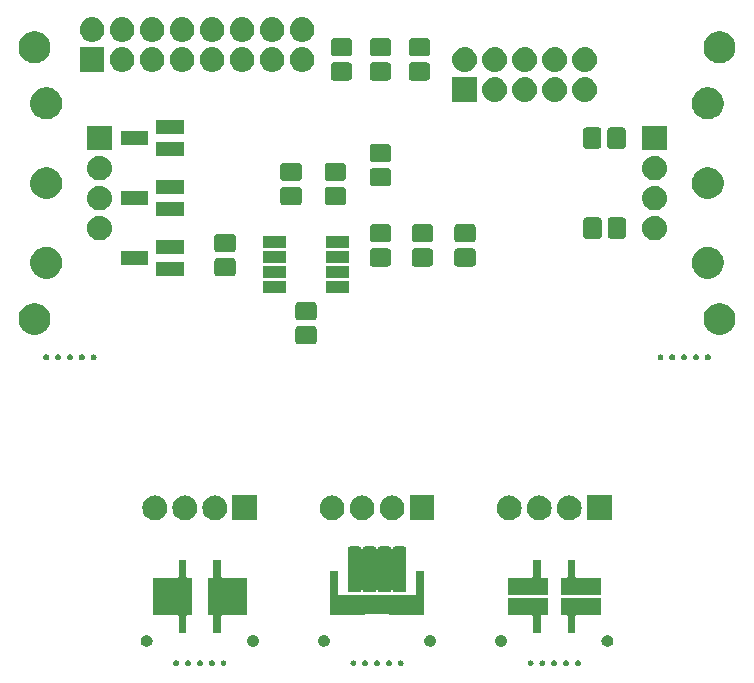
<source format=gbr>
%TF.GenerationSoftware,KiCad,Pcbnew,5.1.0*%
%TF.CreationDate,2019-04-05T03:55:09+02:00*%
%TF.ProjectId,BeerEyePi,42656572-4579-4655-9069-2e6b69636164,rev?*%
%TF.SameCoordinates,Original*%
%TF.FileFunction,Soldermask,Bot*%
%TF.FilePolarity,Negative*%
%FSLAX46Y46*%
G04 Gerber Fmt 4.6, Leading zero omitted, Abs format (unit mm)*
G04 Created by KiCad (PCBNEW 5.1.0) date 2019-04-05 03:55:09*
%MOMM*%
%LPD*%
G04 APERTURE LIST*
%ADD10C,0.001000*%
%ADD11C,0.100000*%
G04 APERTURE END LIST*
D10*
G36*
X128750000Y-149850000D02*
G01*
X136250000Y-149850000D01*
X136250000Y-151400000D01*
X128750000Y-151400000D01*
X128750000Y-149850000D01*
G37*
X128750000Y-149850000D02*
X136250000Y-149850000D01*
X136250000Y-151400000D01*
X128750000Y-151400000D01*
X128750000Y-149850000D01*
D11*
G36*
X115572951Y-155409511D02*
G01*
X115572953Y-155409512D01*
X115572954Y-155409512D01*
X115618469Y-155428365D01*
X115659428Y-155455733D01*
X115694267Y-155490572D01*
X115721635Y-155531531D01*
X115740488Y-155577046D01*
X115750100Y-155625369D01*
X115750100Y-155674631D01*
X115740488Y-155722954D01*
X115721635Y-155768469D01*
X115694267Y-155809428D01*
X115659428Y-155844267D01*
X115618469Y-155871635D01*
X115572954Y-155890488D01*
X115572953Y-155890488D01*
X115572951Y-155890489D01*
X115524633Y-155900100D01*
X115475367Y-155900100D01*
X115427049Y-155890489D01*
X115427047Y-155890488D01*
X115427046Y-155890488D01*
X115381531Y-155871635D01*
X115340572Y-155844267D01*
X115305733Y-155809428D01*
X115278365Y-155768469D01*
X115259512Y-155722954D01*
X115249900Y-155674631D01*
X115249900Y-155625369D01*
X115259512Y-155577046D01*
X115278365Y-155531531D01*
X115305733Y-155490572D01*
X115340572Y-155455733D01*
X115381531Y-155428365D01*
X115427046Y-155409512D01*
X115427047Y-155409512D01*
X115427049Y-155409511D01*
X115475367Y-155399900D01*
X115524633Y-155399900D01*
X115572951Y-155409511D01*
X115572951Y-155409511D01*
G37*
G36*
X148572951Y-155409511D02*
G01*
X148572953Y-155409512D01*
X148572954Y-155409512D01*
X148618469Y-155428365D01*
X148659428Y-155455733D01*
X148694267Y-155490572D01*
X148721635Y-155531531D01*
X148740488Y-155577046D01*
X148750100Y-155625369D01*
X148750100Y-155674631D01*
X148740488Y-155722954D01*
X148721635Y-155768469D01*
X148694267Y-155809428D01*
X148659428Y-155844267D01*
X148618469Y-155871635D01*
X148572954Y-155890488D01*
X148572953Y-155890488D01*
X148572951Y-155890489D01*
X148524633Y-155900100D01*
X148475367Y-155900100D01*
X148427049Y-155890489D01*
X148427047Y-155890488D01*
X148427046Y-155890488D01*
X148381531Y-155871635D01*
X148340572Y-155844267D01*
X148305733Y-155809428D01*
X148278365Y-155768469D01*
X148259512Y-155722954D01*
X148249900Y-155674631D01*
X148249900Y-155625369D01*
X148259512Y-155577046D01*
X148278365Y-155531531D01*
X148305733Y-155490572D01*
X148340572Y-155455733D01*
X148381531Y-155428365D01*
X148427046Y-155409512D01*
X148427047Y-155409512D01*
X148427049Y-155409511D01*
X148475367Y-155399900D01*
X148524633Y-155399900D01*
X148572951Y-155409511D01*
X148572951Y-155409511D01*
G37*
G36*
X149572951Y-155409511D02*
G01*
X149572953Y-155409512D01*
X149572954Y-155409512D01*
X149618469Y-155428365D01*
X149659428Y-155455733D01*
X149694267Y-155490572D01*
X149721635Y-155531531D01*
X149740488Y-155577046D01*
X149750100Y-155625369D01*
X149750100Y-155674631D01*
X149740488Y-155722954D01*
X149721635Y-155768469D01*
X149694267Y-155809428D01*
X149659428Y-155844267D01*
X149618469Y-155871635D01*
X149572954Y-155890488D01*
X149572953Y-155890488D01*
X149572951Y-155890489D01*
X149524633Y-155900100D01*
X149475367Y-155900100D01*
X149427049Y-155890489D01*
X149427047Y-155890488D01*
X149427046Y-155890488D01*
X149381531Y-155871635D01*
X149340572Y-155844267D01*
X149305733Y-155809428D01*
X149278365Y-155768469D01*
X149259512Y-155722954D01*
X149249900Y-155674631D01*
X149249900Y-155625369D01*
X149259512Y-155577046D01*
X149278365Y-155531531D01*
X149305733Y-155490572D01*
X149340572Y-155455733D01*
X149381531Y-155428365D01*
X149427046Y-155409512D01*
X149427047Y-155409512D01*
X149427049Y-155409511D01*
X149475367Y-155399900D01*
X149524633Y-155399900D01*
X149572951Y-155409511D01*
X149572951Y-155409511D01*
G37*
G36*
X147572951Y-155409511D02*
G01*
X147572953Y-155409512D01*
X147572954Y-155409512D01*
X147618469Y-155428365D01*
X147659428Y-155455733D01*
X147694267Y-155490572D01*
X147721635Y-155531531D01*
X147740488Y-155577046D01*
X147750100Y-155625369D01*
X147750100Y-155674631D01*
X147740488Y-155722954D01*
X147721635Y-155768469D01*
X147694267Y-155809428D01*
X147659428Y-155844267D01*
X147618469Y-155871635D01*
X147572954Y-155890488D01*
X147572953Y-155890488D01*
X147572951Y-155890489D01*
X147524633Y-155900100D01*
X147475367Y-155900100D01*
X147427049Y-155890489D01*
X147427047Y-155890488D01*
X147427046Y-155890488D01*
X147381531Y-155871635D01*
X147340572Y-155844267D01*
X147305733Y-155809428D01*
X147278365Y-155768469D01*
X147259512Y-155722954D01*
X147249900Y-155674631D01*
X147249900Y-155625369D01*
X147259512Y-155577046D01*
X147278365Y-155531531D01*
X147305733Y-155490572D01*
X147340572Y-155455733D01*
X147381531Y-155428365D01*
X147427046Y-155409512D01*
X147427047Y-155409512D01*
X147427049Y-155409511D01*
X147475367Y-155399900D01*
X147524633Y-155399900D01*
X147572951Y-155409511D01*
X147572951Y-155409511D01*
G37*
G36*
X146572951Y-155409511D02*
G01*
X146572953Y-155409512D01*
X146572954Y-155409512D01*
X146618469Y-155428365D01*
X146659428Y-155455733D01*
X146694267Y-155490572D01*
X146721635Y-155531531D01*
X146740488Y-155577046D01*
X146750100Y-155625369D01*
X146750100Y-155674631D01*
X146740488Y-155722954D01*
X146721635Y-155768469D01*
X146694267Y-155809428D01*
X146659428Y-155844267D01*
X146618469Y-155871635D01*
X146572954Y-155890488D01*
X146572953Y-155890488D01*
X146572951Y-155890489D01*
X146524633Y-155900100D01*
X146475367Y-155900100D01*
X146427049Y-155890489D01*
X146427047Y-155890488D01*
X146427046Y-155890488D01*
X146381531Y-155871635D01*
X146340572Y-155844267D01*
X146305733Y-155809428D01*
X146278365Y-155768469D01*
X146259512Y-155722954D01*
X146249900Y-155674631D01*
X146249900Y-155625369D01*
X146259512Y-155577046D01*
X146278365Y-155531531D01*
X146305733Y-155490572D01*
X146340572Y-155455733D01*
X146381531Y-155428365D01*
X146427046Y-155409512D01*
X146427047Y-155409512D01*
X146427049Y-155409511D01*
X146475367Y-155399900D01*
X146524633Y-155399900D01*
X146572951Y-155409511D01*
X146572951Y-155409511D01*
G37*
G36*
X119572951Y-155409511D02*
G01*
X119572953Y-155409512D01*
X119572954Y-155409512D01*
X119618469Y-155428365D01*
X119659428Y-155455733D01*
X119694267Y-155490572D01*
X119721635Y-155531531D01*
X119740488Y-155577046D01*
X119750100Y-155625369D01*
X119750100Y-155674631D01*
X119740488Y-155722954D01*
X119721635Y-155768469D01*
X119694267Y-155809428D01*
X119659428Y-155844267D01*
X119618469Y-155871635D01*
X119572954Y-155890488D01*
X119572953Y-155890488D01*
X119572951Y-155890489D01*
X119524633Y-155900100D01*
X119475367Y-155900100D01*
X119427049Y-155890489D01*
X119427047Y-155890488D01*
X119427046Y-155890488D01*
X119381531Y-155871635D01*
X119340572Y-155844267D01*
X119305733Y-155809428D01*
X119278365Y-155768469D01*
X119259512Y-155722954D01*
X119249900Y-155674631D01*
X119249900Y-155625369D01*
X119259512Y-155577046D01*
X119278365Y-155531531D01*
X119305733Y-155490572D01*
X119340572Y-155455733D01*
X119381531Y-155428365D01*
X119427046Y-155409512D01*
X119427047Y-155409512D01*
X119427049Y-155409511D01*
X119475367Y-155399900D01*
X119524633Y-155399900D01*
X119572951Y-155409511D01*
X119572951Y-155409511D01*
G37*
G36*
X118572951Y-155409511D02*
G01*
X118572953Y-155409512D01*
X118572954Y-155409512D01*
X118618469Y-155428365D01*
X118659428Y-155455733D01*
X118694267Y-155490572D01*
X118721635Y-155531531D01*
X118740488Y-155577046D01*
X118750100Y-155625369D01*
X118750100Y-155674631D01*
X118740488Y-155722954D01*
X118721635Y-155768469D01*
X118694267Y-155809428D01*
X118659428Y-155844267D01*
X118618469Y-155871635D01*
X118572954Y-155890488D01*
X118572953Y-155890488D01*
X118572951Y-155890489D01*
X118524633Y-155900100D01*
X118475367Y-155900100D01*
X118427049Y-155890489D01*
X118427047Y-155890488D01*
X118427046Y-155890488D01*
X118381531Y-155871635D01*
X118340572Y-155844267D01*
X118305733Y-155809428D01*
X118278365Y-155768469D01*
X118259512Y-155722954D01*
X118249900Y-155674631D01*
X118249900Y-155625369D01*
X118259512Y-155577046D01*
X118278365Y-155531531D01*
X118305733Y-155490572D01*
X118340572Y-155455733D01*
X118381531Y-155428365D01*
X118427046Y-155409512D01*
X118427047Y-155409512D01*
X118427049Y-155409511D01*
X118475367Y-155399900D01*
X118524633Y-155399900D01*
X118572951Y-155409511D01*
X118572951Y-155409511D01*
G37*
G36*
X117572951Y-155409511D02*
G01*
X117572953Y-155409512D01*
X117572954Y-155409512D01*
X117618469Y-155428365D01*
X117659428Y-155455733D01*
X117694267Y-155490572D01*
X117721635Y-155531531D01*
X117740488Y-155577046D01*
X117750100Y-155625369D01*
X117750100Y-155674631D01*
X117740488Y-155722954D01*
X117721635Y-155768469D01*
X117694267Y-155809428D01*
X117659428Y-155844267D01*
X117618469Y-155871635D01*
X117572954Y-155890488D01*
X117572953Y-155890488D01*
X117572951Y-155890489D01*
X117524633Y-155900100D01*
X117475367Y-155900100D01*
X117427049Y-155890489D01*
X117427047Y-155890488D01*
X117427046Y-155890488D01*
X117381531Y-155871635D01*
X117340572Y-155844267D01*
X117305733Y-155809428D01*
X117278365Y-155768469D01*
X117259512Y-155722954D01*
X117249900Y-155674631D01*
X117249900Y-155625369D01*
X117259512Y-155577046D01*
X117278365Y-155531531D01*
X117305733Y-155490572D01*
X117340572Y-155455733D01*
X117381531Y-155428365D01*
X117427046Y-155409512D01*
X117427047Y-155409512D01*
X117427049Y-155409511D01*
X117475367Y-155399900D01*
X117524633Y-155399900D01*
X117572951Y-155409511D01*
X117572951Y-155409511D01*
G37*
G36*
X134572951Y-155409511D02*
G01*
X134572953Y-155409512D01*
X134572954Y-155409512D01*
X134618469Y-155428365D01*
X134659428Y-155455733D01*
X134694267Y-155490572D01*
X134721635Y-155531531D01*
X134740488Y-155577046D01*
X134750100Y-155625369D01*
X134750100Y-155674631D01*
X134740488Y-155722954D01*
X134721635Y-155768469D01*
X134694267Y-155809428D01*
X134659428Y-155844267D01*
X134618469Y-155871635D01*
X134572954Y-155890488D01*
X134572953Y-155890488D01*
X134572951Y-155890489D01*
X134524633Y-155900100D01*
X134475367Y-155900100D01*
X134427049Y-155890489D01*
X134427047Y-155890488D01*
X134427046Y-155890488D01*
X134381531Y-155871635D01*
X134340572Y-155844267D01*
X134305733Y-155809428D01*
X134278365Y-155768469D01*
X134259512Y-155722954D01*
X134249900Y-155674631D01*
X134249900Y-155625369D01*
X134259512Y-155577046D01*
X134278365Y-155531531D01*
X134305733Y-155490572D01*
X134340572Y-155455733D01*
X134381531Y-155428365D01*
X134427046Y-155409512D01*
X134427047Y-155409512D01*
X134427049Y-155409511D01*
X134475367Y-155399900D01*
X134524633Y-155399900D01*
X134572951Y-155409511D01*
X134572951Y-155409511D01*
G37*
G36*
X116572951Y-155409511D02*
G01*
X116572953Y-155409512D01*
X116572954Y-155409512D01*
X116618469Y-155428365D01*
X116659428Y-155455733D01*
X116694267Y-155490572D01*
X116721635Y-155531531D01*
X116740488Y-155577046D01*
X116750100Y-155625369D01*
X116750100Y-155674631D01*
X116740488Y-155722954D01*
X116721635Y-155768469D01*
X116694267Y-155809428D01*
X116659428Y-155844267D01*
X116618469Y-155871635D01*
X116572954Y-155890488D01*
X116572953Y-155890488D01*
X116572951Y-155890489D01*
X116524633Y-155900100D01*
X116475367Y-155900100D01*
X116427049Y-155890489D01*
X116427047Y-155890488D01*
X116427046Y-155890488D01*
X116381531Y-155871635D01*
X116340572Y-155844267D01*
X116305733Y-155809428D01*
X116278365Y-155768469D01*
X116259512Y-155722954D01*
X116249900Y-155674631D01*
X116249900Y-155625369D01*
X116259512Y-155577046D01*
X116278365Y-155531531D01*
X116305733Y-155490572D01*
X116340572Y-155455733D01*
X116381531Y-155428365D01*
X116427046Y-155409512D01*
X116427047Y-155409512D01*
X116427049Y-155409511D01*
X116475367Y-155399900D01*
X116524633Y-155399900D01*
X116572951Y-155409511D01*
X116572951Y-155409511D01*
G37*
G36*
X130572951Y-155409511D02*
G01*
X130572953Y-155409512D01*
X130572954Y-155409512D01*
X130618469Y-155428365D01*
X130659428Y-155455733D01*
X130694267Y-155490572D01*
X130721635Y-155531531D01*
X130740488Y-155577046D01*
X130750100Y-155625369D01*
X130750100Y-155674631D01*
X130740488Y-155722954D01*
X130721635Y-155768469D01*
X130694267Y-155809428D01*
X130659428Y-155844267D01*
X130618469Y-155871635D01*
X130572954Y-155890488D01*
X130572953Y-155890488D01*
X130572951Y-155890489D01*
X130524633Y-155900100D01*
X130475367Y-155900100D01*
X130427049Y-155890489D01*
X130427047Y-155890488D01*
X130427046Y-155890488D01*
X130381531Y-155871635D01*
X130340572Y-155844267D01*
X130305733Y-155809428D01*
X130278365Y-155768469D01*
X130259512Y-155722954D01*
X130249900Y-155674631D01*
X130249900Y-155625369D01*
X130259512Y-155577046D01*
X130278365Y-155531531D01*
X130305733Y-155490572D01*
X130340572Y-155455733D01*
X130381531Y-155428365D01*
X130427046Y-155409512D01*
X130427047Y-155409512D01*
X130427049Y-155409511D01*
X130475367Y-155399900D01*
X130524633Y-155399900D01*
X130572951Y-155409511D01*
X130572951Y-155409511D01*
G37*
G36*
X145572951Y-155409511D02*
G01*
X145572953Y-155409512D01*
X145572954Y-155409512D01*
X145618469Y-155428365D01*
X145659428Y-155455733D01*
X145694267Y-155490572D01*
X145721635Y-155531531D01*
X145740488Y-155577046D01*
X145750100Y-155625369D01*
X145750100Y-155674631D01*
X145740488Y-155722954D01*
X145721635Y-155768469D01*
X145694267Y-155809428D01*
X145659428Y-155844267D01*
X145618469Y-155871635D01*
X145572954Y-155890488D01*
X145572953Y-155890488D01*
X145572951Y-155890489D01*
X145524633Y-155900100D01*
X145475367Y-155900100D01*
X145427049Y-155890489D01*
X145427047Y-155890488D01*
X145427046Y-155890488D01*
X145381531Y-155871635D01*
X145340572Y-155844267D01*
X145305733Y-155809428D01*
X145278365Y-155768469D01*
X145259512Y-155722954D01*
X145249900Y-155674631D01*
X145249900Y-155625369D01*
X145259512Y-155577046D01*
X145278365Y-155531531D01*
X145305733Y-155490572D01*
X145340572Y-155455733D01*
X145381531Y-155428365D01*
X145427046Y-155409512D01*
X145427047Y-155409512D01*
X145427049Y-155409511D01*
X145475367Y-155399900D01*
X145524633Y-155399900D01*
X145572951Y-155409511D01*
X145572951Y-155409511D01*
G37*
G36*
X131572951Y-155409511D02*
G01*
X131572953Y-155409512D01*
X131572954Y-155409512D01*
X131618469Y-155428365D01*
X131659428Y-155455733D01*
X131694267Y-155490572D01*
X131721635Y-155531531D01*
X131740488Y-155577046D01*
X131750100Y-155625369D01*
X131750100Y-155674631D01*
X131740488Y-155722954D01*
X131721635Y-155768469D01*
X131694267Y-155809428D01*
X131659428Y-155844267D01*
X131618469Y-155871635D01*
X131572954Y-155890488D01*
X131572953Y-155890488D01*
X131572951Y-155890489D01*
X131524633Y-155900100D01*
X131475367Y-155900100D01*
X131427049Y-155890489D01*
X131427047Y-155890488D01*
X131427046Y-155890488D01*
X131381531Y-155871635D01*
X131340572Y-155844267D01*
X131305733Y-155809428D01*
X131278365Y-155768469D01*
X131259512Y-155722954D01*
X131249900Y-155674631D01*
X131249900Y-155625369D01*
X131259512Y-155577046D01*
X131278365Y-155531531D01*
X131305733Y-155490572D01*
X131340572Y-155455733D01*
X131381531Y-155428365D01*
X131427046Y-155409512D01*
X131427047Y-155409512D01*
X131427049Y-155409511D01*
X131475367Y-155399900D01*
X131524633Y-155399900D01*
X131572951Y-155409511D01*
X131572951Y-155409511D01*
G37*
G36*
X132572951Y-155409511D02*
G01*
X132572953Y-155409512D01*
X132572954Y-155409512D01*
X132618469Y-155428365D01*
X132659428Y-155455733D01*
X132694267Y-155490572D01*
X132721635Y-155531531D01*
X132740488Y-155577046D01*
X132750100Y-155625369D01*
X132750100Y-155674631D01*
X132740488Y-155722954D01*
X132721635Y-155768469D01*
X132694267Y-155809428D01*
X132659428Y-155844267D01*
X132618469Y-155871635D01*
X132572954Y-155890488D01*
X132572953Y-155890488D01*
X132572951Y-155890489D01*
X132524633Y-155900100D01*
X132475367Y-155900100D01*
X132427049Y-155890489D01*
X132427047Y-155890488D01*
X132427046Y-155890488D01*
X132381531Y-155871635D01*
X132340572Y-155844267D01*
X132305733Y-155809428D01*
X132278365Y-155768469D01*
X132259512Y-155722954D01*
X132249900Y-155674631D01*
X132249900Y-155625369D01*
X132259512Y-155577046D01*
X132278365Y-155531531D01*
X132305733Y-155490572D01*
X132340572Y-155455733D01*
X132381531Y-155428365D01*
X132427046Y-155409512D01*
X132427047Y-155409512D01*
X132427049Y-155409511D01*
X132475367Y-155399900D01*
X132524633Y-155399900D01*
X132572951Y-155409511D01*
X132572951Y-155409511D01*
G37*
G36*
X133572951Y-155409511D02*
G01*
X133572953Y-155409512D01*
X133572954Y-155409512D01*
X133618469Y-155428365D01*
X133659428Y-155455733D01*
X133694267Y-155490572D01*
X133721635Y-155531531D01*
X133740488Y-155577046D01*
X133750100Y-155625369D01*
X133750100Y-155674631D01*
X133740488Y-155722954D01*
X133721635Y-155768469D01*
X133694267Y-155809428D01*
X133659428Y-155844267D01*
X133618469Y-155871635D01*
X133572954Y-155890488D01*
X133572953Y-155890488D01*
X133572951Y-155890489D01*
X133524633Y-155900100D01*
X133475367Y-155900100D01*
X133427049Y-155890489D01*
X133427047Y-155890488D01*
X133427046Y-155890488D01*
X133381531Y-155871635D01*
X133340572Y-155844267D01*
X133305733Y-155809428D01*
X133278365Y-155768469D01*
X133259512Y-155722954D01*
X133249900Y-155674631D01*
X133249900Y-155625369D01*
X133259512Y-155577046D01*
X133278365Y-155531531D01*
X133305733Y-155490572D01*
X133340572Y-155455733D01*
X133381531Y-155428365D01*
X133427046Y-155409512D01*
X133427047Y-155409512D01*
X133427049Y-155409511D01*
X133475367Y-155399900D01*
X133524633Y-155399900D01*
X133572951Y-155409511D01*
X133572951Y-155409511D01*
G37*
G36*
X128145874Y-153269118D02*
G01*
X128145877Y-153269119D01*
X128145876Y-153269119D01*
X128236888Y-153306818D01*
X128318794Y-153361545D01*
X128388455Y-153431206D01*
X128443182Y-153513112D01*
X128443183Y-153513114D01*
X128480882Y-153604126D01*
X128500100Y-153700744D01*
X128500100Y-153799256D01*
X128480882Y-153895874D01*
X128480881Y-153895876D01*
X128443182Y-153986888D01*
X128388455Y-154068794D01*
X128318794Y-154138455D01*
X128236888Y-154193182D01*
X128236887Y-154193183D01*
X128236886Y-154193183D01*
X128145874Y-154230882D01*
X128049256Y-154250100D01*
X127950744Y-154250100D01*
X127854126Y-154230882D01*
X127763114Y-154193183D01*
X127763113Y-154193183D01*
X127763112Y-154193182D01*
X127681206Y-154138455D01*
X127611545Y-154068794D01*
X127556818Y-153986888D01*
X127519119Y-153895876D01*
X127519118Y-153895874D01*
X127499900Y-153799256D01*
X127499900Y-153700744D01*
X127519118Y-153604126D01*
X127556817Y-153513114D01*
X127556818Y-153513112D01*
X127611545Y-153431206D01*
X127681206Y-153361545D01*
X127763112Y-153306818D01*
X127854124Y-153269119D01*
X127854123Y-153269119D01*
X127854126Y-153269118D01*
X127950744Y-153249900D01*
X128049256Y-153249900D01*
X128145874Y-153269118D01*
X128145874Y-153269118D01*
G37*
G36*
X137145874Y-153269118D02*
G01*
X137145877Y-153269119D01*
X137145876Y-153269119D01*
X137236888Y-153306818D01*
X137318794Y-153361545D01*
X137388455Y-153431206D01*
X137443182Y-153513112D01*
X137443183Y-153513114D01*
X137480882Y-153604126D01*
X137500100Y-153700744D01*
X137500100Y-153799256D01*
X137480882Y-153895874D01*
X137480881Y-153895876D01*
X137443182Y-153986888D01*
X137388455Y-154068794D01*
X137318794Y-154138455D01*
X137236888Y-154193182D01*
X137236887Y-154193183D01*
X137236886Y-154193183D01*
X137145874Y-154230882D01*
X137049256Y-154250100D01*
X136950744Y-154250100D01*
X136854126Y-154230882D01*
X136763114Y-154193183D01*
X136763113Y-154193183D01*
X136763112Y-154193182D01*
X136681206Y-154138455D01*
X136611545Y-154068794D01*
X136556818Y-153986888D01*
X136519119Y-153895876D01*
X136519118Y-153895874D01*
X136499900Y-153799256D01*
X136499900Y-153700744D01*
X136519118Y-153604126D01*
X136556817Y-153513114D01*
X136556818Y-153513112D01*
X136611545Y-153431206D01*
X136681206Y-153361545D01*
X136763112Y-153306818D01*
X136854124Y-153269119D01*
X136854123Y-153269119D01*
X136854126Y-153269118D01*
X136950744Y-153249900D01*
X137049256Y-153249900D01*
X137145874Y-153269118D01*
X137145874Y-153269118D01*
G37*
G36*
X113145874Y-153269118D02*
G01*
X113145877Y-153269119D01*
X113145876Y-153269119D01*
X113236888Y-153306818D01*
X113318794Y-153361545D01*
X113388455Y-153431206D01*
X113443182Y-153513112D01*
X113443183Y-153513114D01*
X113480882Y-153604126D01*
X113500100Y-153700744D01*
X113500100Y-153799256D01*
X113480882Y-153895874D01*
X113480881Y-153895876D01*
X113443182Y-153986888D01*
X113388455Y-154068794D01*
X113318794Y-154138455D01*
X113236888Y-154193182D01*
X113236887Y-154193183D01*
X113236886Y-154193183D01*
X113145874Y-154230882D01*
X113049256Y-154250100D01*
X112950744Y-154250100D01*
X112854126Y-154230882D01*
X112763114Y-154193183D01*
X112763113Y-154193183D01*
X112763112Y-154193182D01*
X112681206Y-154138455D01*
X112611545Y-154068794D01*
X112556818Y-153986888D01*
X112519119Y-153895876D01*
X112519118Y-153895874D01*
X112499900Y-153799256D01*
X112499900Y-153700744D01*
X112519118Y-153604126D01*
X112556817Y-153513114D01*
X112556818Y-153513112D01*
X112611545Y-153431206D01*
X112681206Y-153361545D01*
X112763112Y-153306818D01*
X112854124Y-153269119D01*
X112854123Y-153269119D01*
X112854126Y-153269118D01*
X112950744Y-153249900D01*
X113049256Y-153249900D01*
X113145874Y-153269118D01*
X113145874Y-153269118D01*
G37*
G36*
X122145874Y-153269118D02*
G01*
X122145877Y-153269119D01*
X122145876Y-153269119D01*
X122236888Y-153306818D01*
X122318794Y-153361545D01*
X122388455Y-153431206D01*
X122443182Y-153513112D01*
X122443183Y-153513114D01*
X122480882Y-153604126D01*
X122500100Y-153700744D01*
X122500100Y-153799256D01*
X122480882Y-153895874D01*
X122480881Y-153895876D01*
X122443182Y-153986888D01*
X122388455Y-154068794D01*
X122318794Y-154138455D01*
X122236888Y-154193182D01*
X122236887Y-154193183D01*
X122236886Y-154193183D01*
X122145874Y-154230882D01*
X122049256Y-154250100D01*
X121950744Y-154250100D01*
X121854126Y-154230882D01*
X121763114Y-154193183D01*
X121763113Y-154193183D01*
X121763112Y-154193182D01*
X121681206Y-154138455D01*
X121611545Y-154068794D01*
X121556818Y-153986888D01*
X121519119Y-153895876D01*
X121519118Y-153895874D01*
X121499900Y-153799256D01*
X121499900Y-153700744D01*
X121519118Y-153604126D01*
X121556817Y-153513114D01*
X121556818Y-153513112D01*
X121611545Y-153431206D01*
X121681206Y-153361545D01*
X121763112Y-153306818D01*
X121854124Y-153269119D01*
X121854123Y-153269119D01*
X121854126Y-153269118D01*
X121950744Y-153249900D01*
X122049256Y-153249900D01*
X122145874Y-153269118D01*
X122145874Y-153269118D01*
G37*
G36*
X143145874Y-153269118D02*
G01*
X143145877Y-153269119D01*
X143145876Y-153269119D01*
X143236888Y-153306818D01*
X143318794Y-153361545D01*
X143388455Y-153431206D01*
X143443182Y-153513112D01*
X143443183Y-153513114D01*
X143480882Y-153604126D01*
X143500100Y-153700744D01*
X143500100Y-153799256D01*
X143480882Y-153895874D01*
X143480881Y-153895876D01*
X143443182Y-153986888D01*
X143388455Y-154068794D01*
X143318794Y-154138455D01*
X143236888Y-154193182D01*
X143236887Y-154193183D01*
X143236886Y-154193183D01*
X143145874Y-154230882D01*
X143049256Y-154250100D01*
X142950744Y-154250100D01*
X142854126Y-154230882D01*
X142763114Y-154193183D01*
X142763113Y-154193183D01*
X142763112Y-154193182D01*
X142681206Y-154138455D01*
X142611545Y-154068794D01*
X142556818Y-153986888D01*
X142519119Y-153895876D01*
X142519118Y-153895874D01*
X142499900Y-153799256D01*
X142499900Y-153700744D01*
X142519118Y-153604126D01*
X142556817Y-153513114D01*
X142556818Y-153513112D01*
X142611545Y-153431206D01*
X142681206Y-153361545D01*
X142763112Y-153306818D01*
X142854124Y-153269119D01*
X142854123Y-153269119D01*
X142854126Y-153269118D01*
X142950744Y-153249900D01*
X143049256Y-153249900D01*
X143145874Y-153269118D01*
X143145874Y-153269118D01*
G37*
G36*
X152145874Y-153269118D02*
G01*
X152145877Y-153269119D01*
X152145876Y-153269119D01*
X152236888Y-153306818D01*
X152318794Y-153361545D01*
X152388455Y-153431206D01*
X152443182Y-153513112D01*
X152443183Y-153513114D01*
X152480882Y-153604126D01*
X152500100Y-153700744D01*
X152500100Y-153799256D01*
X152480882Y-153895874D01*
X152480881Y-153895876D01*
X152443182Y-153986888D01*
X152388455Y-154068794D01*
X152318794Y-154138455D01*
X152236888Y-154193182D01*
X152236887Y-154193183D01*
X152236886Y-154193183D01*
X152145874Y-154230882D01*
X152049256Y-154250100D01*
X151950744Y-154250100D01*
X151854126Y-154230882D01*
X151763114Y-154193183D01*
X151763113Y-154193183D01*
X151763112Y-154193182D01*
X151681206Y-154138455D01*
X151611545Y-154068794D01*
X151556818Y-153986888D01*
X151519119Y-153895876D01*
X151519118Y-153895874D01*
X151499900Y-153799256D01*
X151499900Y-153700744D01*
X151519118Y-153604126D01*
X151556817Y-153513114D01*
X151556818Y-153513112D01*
X151611545Y-153431206D01*
X151681206Y-153361545D01*
X151763112Y-153306818D01*
X151854124Y-153269119D01*
X151854123Y-153269119D01*
X151854126Y-153269118D01*
X151950744Y-153249900D01*
X152049256Y-153249900D01*
X152145874Y-153269118D01*
X152145874Y-153269118D01*
G37*
G36*
X151450000Y-151600000D02*
G01*
X149399999Y-151600000D01*
X149380490Y-151601921D01*
X149361731Y-151607612D01*
X149344443Y-151616853D01*
X149329289Y-151629289D01*
X149316853Y-151644443D01*
X149307612Y-151661731D01*
X149301921Y-151680490D01*
X149300000Y-151699999D01*
X149300000Y-153100000D01*
X148650000Y-153100000D01*
X148650000Y-151699999D01*
X148648079Y-151680490D01*
X148642388Y-151661731D01*
X148633147Y-151644443D01*
X148620711Y-151629289D01*
X148605557Y-151616853D01*
X148588269Y-151607612D01*
X148569510Y-151601921D01*
X148550001Y-151600000D01*
X148050000Y-151600000D01*
X148050000Y-150100000D01*
X151450000Y-150100000D01*
X151450000Y-151600000D01*
X151450000Y-151600000D01*
G37*
G36*
X116350000Y-148300001D02*
G01*
X116351921Y-148319510D01*
X116357612Y-148338269D01*
X116366853Y-148355557D01*
X116379289Y-148370711D01*
X116394443Y-148383147D01*
X116411731Y-148392388D01*
X116430490Y-148398079D01*
X116449999Y-148400000D01*
X116850000Y-148400000D01*
X116850000Y-151600000D01*
X116449999Y-151600000D01*
X116430490Y-151601921D01*
X116411731Y-151607612D01*
X116394443Y-151616853D01*
X116379289Y-151629289D01*
X116366853Y-151644443D01*
X116357612Y-151661731D01*
X116351921Y-151680490D01*
X116350000Y-151699999D01*
X116350000Y-153100000D01*
X115700000Y-153100000D01*
X115700000Y-151699999D01*
X115698079Y-151680490D01*
X115692388Y-151661731D01*
X115683147Y-151644443D01*
X115670711Y-151629289D01*
X115655557Y-151616853D01*
X115638269Y-151607612D01*
X115619510Y-151601921D01*
X115600001Y-151600000D01*
X113550000Y-151600000D01*
X113550000Y-148400000D01*
X115600001Y-148400000D01*
X115619510Y-148398079D01*
X115638269Y-148392388D01*
X115655557Y-148383147D01*
X115670711Y-148370711D01*
X115683147Y-148355557D01*
X115692388Y-148338269D01*
X115698079Y-148319510D01*
X115700000Y-148300001D01*
X115700000Y-146900000D01*
X116350000Y-146900000D01*
X116350000Y-148300001D01*
X116350000Y-148300001D01*
G37*
G36*
X119300000Y-148300001D02*
G01*
X119301921Y-148319510D01*
X119307612Y-148338269D01*
X119316853Y-148355557D01*
X119329289Y-148370711D01*
X119344443Y-148383147D01*
X119361731Y-148392388D01*
X119380490Y-148398079D01*
X119399999Y-148400000D01*
X121450000Y-148400000D01*
X121450000Y-151600000D01*
X119399999Y-151600000D01*
X119380490Y-151601921D01*
X119361731Y-151607612D01*
X119344443Y-151616853D01*
X119329289Y-151629289D01*
X119316853Y-151644443D01*
X119307612Y-151661731D01*
X119301921Y-151680490D01*
X119300000Y-151699999D01*
X119300000Y-153100000D01*
X118650000Y-153100000D01*
X118650000Y-151699999D01*
X118648079Y-151680490D01*
X118642388Y-151661731D01*
X118633147Y-151644443D01*
X118620711Y-151629289D01*
X118605557Y-151616853D01*
X118588269Y-151607612D01*
X118569510Y-151601921D01*
X118550001Y-151600000D01*
X118150000Y-151600000D01*
X118150000Y-148400000D01*
X118550001Y-148400000D01*
X118569510Y-148398079D01*
X118588269Y-148392388D01*
X118605557Y-148383147D01*
X118620711Y-148370711D01*
X118633147Y-148355557D01*
X118642388Y-148338269D01*
X118648079Y-148319510D01*
X118650000Y-148300001D01*
X118650000Y-146900000D01*
X119300000Y-146900000D01*
X119300000Y-148300001D01*
X119300000Y-148300001D01*
G37*
G36*
X146950000Y-151600000D02*
G01*
X146449999Y-151600000D01*
X146430490Y-151601921D01*
X146411731Y-151607612D01*
X146394443Y-151616853D01*
X146379289Y-151629289D01*
X146366853Y-151644443D01*
X146357612Y-151661731D01*
X146351921Y-151680490D01*
X146350000Y-151699999D01*
X146350000Y-153100000D01*
X145700000Y-153100000D01*
X145700000Y-151699999D01*
X145698079Y-151680490D01*
X145692388Y-151661731D01*
X145683147Y-151644443D01*
X145670711Y-151629289D01*
X145655557Y-151616853D01*
X145638269Y-151607612D01*
X145619510Y-151601921D01*
X145600001Y-151600000D01*
X143550000Y-151600000D01*
X143550000Y-150100000D01*
X146950000Y-150100000D01*
X146950000Y-151600000D01*
X146950000Y-151600000D01*
G37*
G36*
X129200000Y-150850001D02*
G01*
X129201921Y-150869510D01*
X129207612Y-150888269D01*
X129216853Y-150905557D01*
X129229289Y-150920711D01*
X129244443Y-150933147D01*
X129261731Y-150942388D01*
X129280490Y-150948079D01*
X129299999Y-150950000D01*
X131450000Y-150950000D01*
X131450000Y-151600000D01*
X128550000Y-151600000D01*
X128550000Y-147850000D01*
X129200000Y-147850000D01*
X129200000Y-150850001D01*
X129200000Y-150850001D01*
G37*
G36*
X136450000Y-151600000D02*
G01*
X133550000Y-151600000D01*
X133550000Y-150950000D01*
X135700001Y-150950000D01*
X135719510Y-150948079D01*
X135738269Y-150942388D01*
X135755557Y-150933147D01*
X135770711Y-150920711D01*
X135783147Y-150905557D01*
X135792388Y-150888269D01*
X135798079Y-150869510D01*
X135800000Y-150850001D01*
X135800000Y-147850000D01*
X136450000Y-147850000D01*
X136450000Y-151600000D01*
X136450000Y-151600000D01*
G37*
G36*
X146350000Y-148300001D02*
G01*
X146351921Y-148319510D01*
X146357612Y-148338269D01*
X146366853Y-148355557D01*
X146379289Y-148370711D01*
X146394443Y-148383147D01*
X146411731Y-148392388D01*
X146430490Y-148398079D01*
X146449999Y-148400000D01*
X146950000Y-148400000D01*
X146950000Y-149900000D01*
X143550000Y-149900000D01*
X143550000Y-148400000D01*
X145600001Y-148400000D01*
X145619510Y-148398079D01*
X145638269Y-148392388D01*
X145655557Y-148383147D01*
X145670711Y-148370711D01*
X145683147Y-148355557D01*
X145692388Y-148338269D01*
X145698079Y-148319510D01*
X145700000Y-148300001D01*
X145700000Y-146900000D01*
X146350000Y-146900000D01*
X146350000Y-148300001D01*
X146350000Y-148300001D01*
G37*
G36*
X149300000Y-148300001D02*
G01*
X149301921Y-148319510D01*
X149307612Y-148338269D01*
X149316853Y-148355557D01*
X149329289Y-148370711D01*
X149344443Y-148383147D01*
X149361731Y-148392388D01*
X149380490Y-148398079D01*
X149399999Y-148400000D01*
X151450000Y-148400000D01*
X151450000Y-149900000D01*
X148050000Y-149900000D01*
X148050000Y-148400000D01*
X148550001Y-148400000D01*
X148569510Y-148398079D01*
X148588269Y-148392388D01*
X148605557Y-148383147D01*
X148620711Y-148370711D01*
X148633147Y-148355557D01*
X148642388Y-148338269D01*
X148648079Y-148319510D01*
X148650000Y-148300001D01*
X148650000Y-146900000D01*
X149300000Y-146900000D01*
X149300000Y-148300001D01*
X149300000Y-148300001D01*
G37*
G36*
X130963799Y-145754797D02*
G01*
X131005920Y-145767574D01*
X131044733Y-145788320D01*
X131078757Y-145816243D01*
X131106680Y-145850267D01*
X131127426Y-145889080D01*
X131134307Y-145911765D01*
X131141809Y-145929876D01*
X131152699Y-145946175D01*
X131166561Y-145960037D01*
X131182860Y-145970928D01*
X131200971Y-145978430D01*
X131220198Y-145982254D01*
X131239801Y-145982255D01*
X131259028Y-145978430D01*
X131277139Y-145970928D01*
X131293438Y-145960038D01*
X131307300Y-145946176D01*
X131318191Y-145929877D01*
X131325693Y-145911765D01*
X131332574Y-145889080D01*
X131353320Y-145850267D01*
X131381243Y-145816243D01*
X131415267Y-145788320D01*
X131454080Y-145767574D01*
X131496201Y-145754797D01*
X131544908Y-145750000D01*
X132185092Y-145750000D01*
X132233799Y-145754797D01*
X132275920Y-145767574D01*
X132314733Y-145788320D01*
X132348757Y-145816243D01*
X132376680Y-145850267D01*
X132397426Y-145889080D01*
X132404307Y-145911765D01*
X132411809Y-145929876D01*
X132422699Y-145946175D01*
X132436561Y-145960037D01*
X132452860Y-145970928D01*
X132470971Y-145978430D01*
X132490198Y-145982254D01*
X132509801Y-145982255D01*
X132529028Y-145978430D01*
X132547139Y-145970928D01*
X132563438Y-145960038D01*
X132577300Y-145946176D01*
X132588191Y-145929877D01*
X132595693Y-145911765D01*
X132602574Y-145889080D01*
X132623320Y-145850267D01*
X132651243Y-145816243D01*
X132685267Y-145788320D01*
X132724080Y-145767574D01*
X132766201Y-145754797D01*
X132814908Y-145750000D01*
X133455092Y-145750000D01*
X133503799Y-145754797D01*
X133545920Y-145767574D01*
X133584733Y-145788320D01*
X133618757Y-145816243D01*
X133646680Y-145850267D01*
X133667426Y-145889080D01*
X133674307Y-145911765D01*
X133681809Y-145929876D01*
X133692699Y-145946175D01*
X133706561Y-145960037D01*
X133722860Y-145970928D01*
X133740971Y-145978430D01*
X133760198Y-145982254D01*
X133779801Y-145982255D01*
X133799028Y-145978430D01*
X133817139Y-145970928D01*
X133833438Y-145960038D01*
X133847300Y-145946176D01*
X133858191Y-145929877D01*
X133865693Y-145911765D01*
X133872574Y-145889080D01*
X133893320Y-145850267D01*
X133921243Y-145816243D01*
X133955267Y-145788320D01*
X133994080Y-145767574D01*
X134036201Y-145754797D01*
X134084908Y-145750000D01*
X134725092Y-145750000D01*
X134773799Y-145754797D01*
X134815920Y-145767574D01*
X134854733Y-145788320D01*
X134888757Y-145816243D01*
X134916680Y-145850267D01*
X134937426Y-145889080D01*
X134950203Y-145931201D01*
X134955000Y-145979908D01*
X134955000Y-149420092D01*
X134950203Y-149468799D01*
X134937426Y-149510920D01*
X134916680Y-149549733D01*
X134888757Y-149583757D01*
X134854733Y-149611680D01*
X134815920Y-149632426D01*
X134773799Y-149645203D01*
X134725092Y-149650000D01*
X134084908Y-149650000D01*
X134036201Y-149645203D01*
X133994080Y-149632426D01*
X133955267Y-149611680D01*
X133921243Y-149583757D01*
X133893320Y-149549733D01*
X133872574Y-149510920D01*
X133865693Y-149488235D01*
X133858191Y-149470124D01*
X133847301Y-149453825D01*
X133833439Y-149439963D01*
X133817140Y-149429072D01*
X133799029Y-149421570D01*
X133779802Y-149417746D01*
X133760199Y-149417745D01*
X133740972Y-149421570D01*
X133722861Y-149429072D01*
X133706562Y-149439962D01*
X133692700Y-149453824D01*
X133681809Y-149470123D01*
X133674307Y-149488235D01*
X133667426Y-149510920D01*
X133646680Y-149549733D01*
X133618757Y-149583757D01*
X133584733Y-149611680D01*
X133545920Y-149632426D01*
X133503799Y-149645203D01*
X133455092Y-149650000D01*
X132814908Y-149650000D01*
X132766201Y-149645203D01*
X132724080Y-149632426D01*
X132685267Y-149611680D01*
X132651243Y-149583757D01*
X132623320Y-149549733D01*
X132602574Y-149510920D01*
X132595693Y-149488235D01*
X132588191Y-149470124D01*
X132577301Y-149453825D01*
X132563439Y-149439963D01*
X132547140Y-149429072D01*
X132529029Y-149421570D01*
X132509802Y-149417746D01*
X132490199Y-149417745D01*
X132470972Y-149421570D01*
X132452861Y-149429072D01*
X132436562Y-149439962D01*
X132422700Y-149453824D01*
X132411809Y-149470123D01*
X132404307Y-149488235D01*
X132397426Y-149510920D01*
X132376680Y-149549733D01*
X132348757Y-149583757D01*
X132314733Y-149611680D01*
X132275920Y-149632426D01*
X132233799Y-149645203D01*
X132185092Y-149650000D01*
X131544908Y-149650000D01*
X131496201Y-149645203D01*
X131454080Y-149632426D01*
X131415267Y-149611680D01*
X131381243Y-149583757D01*
X131353320Y-149549733D01*
X131332574Y-149510920D01*
X131325693Y-149488235D01*
X131318191Y-149470124D01*
X131307301Y-149453825D01*
X131293439Y-149439963D01*
X131277140Y-149429072D01*
X131259029Y-149421570D01*
X131239802Y-149417746D01*
X131220199Y-149417745D01*
X131200972Y-149421570D01*
X131182861Y-149429072D01*
X131166562Y-149439962D01*
X131152700Y-149453824D01*
X131141809Y-149470123D01*
X131134307Y-149488235D01*
X131127426Y-149510920D01*
X131106680Y-149549733D01*
X131078757Y-149583757D01*
X131044733Y-149611680D01*
X131005920Y-149632426D01*
X130963799Y-149645203D01*
X130915092Y-149650000D01*
X130274908Y-149650000D01*
X130226201Y-149645203D01*
X130184080Y-149632426D01*
X130145267Y-149611680D01*
X130111243Y-149583757D01*
X130083320Y-149549733D01*
X130062574Y-149510920D01*
X130049797Y-149468799D01*
X130045000Y-149420092D01*
X130045000Y-145979908D01*
X130049797Y-145931201D01*
X130062574Y-145889080D01*
X130083320Y-145850267D01*
X130111243Y-145816243D01*
X130145267Y-145788320D01*
X130184080Y-145767574D01*
X130226201Y-145754797D01*
X130274908Y-145750000D01*
X130915092Y-145750000D01*
X130963799Y-145754797D01*
X130963799Y-145754797D01*
G37*
G36*
X146397272Y-141461395D02*
G01*
X146435836Y-141465193D01*
X146567787Y-141505220D01*
X146633763Y-141525233D01*
X146816169Y-141622731D01*
X146976054Y-141753946D01*
X147107269Y-141913831D01*
X147204767Y-142096237D01*
X147204767Y-142096238D01*
X147264807Y-142294164D01*
X147264807Y-142294166D01*
X147285081Y-142500000D01*
X147268143Y-142671961D01*
X147264807Y-142705836D01*
X147224780Y-142837787D01*
X147204767Y-142903763D01*
X147107269Y-143086169D01*
X146976054Y-143246054D01*
X146816169Y-143377269D01*
X146633763Y-143474767D01*
X146567787Y-143494780D01*
X146435836Y-143534807D01*
X146397272Y-143538605D01*
X146281584Y-143550000D01*
X146178416Y-143550000D01*
X146062728Y-143538605D01*
X146024164Y-143534807D01*
X145892213Y-143494780D01*
X145826237Y-143474767D01*
X145643831Y-143377269D01*
X145483946Y-143246054D01*
X145352731Y-143086169D01*
X145255233Y-142903763D01*
X145235220Y-142837787D01*
X145195193Y-142705836D01*
X145191857Y-142671961D01*
X145174919Y-142500000D01*
X145195193Y-142294166D01*
X145195193Y-142294164D01*
X145255233Y-142096238D01*
X145255233Y-142096237D01*
X145352731Y-141913831D01*
X145483946Y-141753946D01*
X145643831Y-141622731D01*
X145826237Y-141525233D01*
X145892213Y-141505220D01*
X146024164Y-141465193D01*
X146062728Y-141461395D01*
X146178416Y-141450000D01*
X146281584Y-141450000D01*
X146397272Y-141461395D01*
X146397272Y-141461395D01*
G37*
G36*
X143857272Y-141461395D02*
G01*
X143895836Y-141465193D01*
X144027787Y-141505220D01*
X144093763Y-141525233D01*
X144276169Y-141622731D01*
X144436054Y-141753946D01*
X144567269Y-141913831D01*
X144664767Y-142096237D01*
X144664767Y-142096238D01*
X144724807Y-142294164D01*
X144724807Y-142294166D01*
X144745081Y-142500000D01*
X144728143Y-142671961D01*
X144724807Y-142705836D01*
X144684780Y-142837787D01*
X144664767Y-142903763D01*
X144567269Y-143086169D01*
X144436054Y-143246054D01*
X144276169Y-143377269D01*
X144093763Y-143474767D01*
X144027787Y-143494780D01*
X143895836Y-143534807D01*
X143857272Y-143538605D01*
X143741584Y-143550000D01*
X143638416Y-143550000D01*
X143522728Y-143538605D01*
X143484164Y-143534807D01*
X143352213Y-143494780D01*
X143286237Y-143474767D01*
X143103831Y-143377269D01*
X142943946Y-143246054D01*
X142812731Y-143086169D01*
X142715233Y-142903763D01*
X142695220Y-142837787D01*
X142655193Y-142705836D01*
X142651857Y-142671961D01*
X142634919Y-142500000D01*
X142655193Y-142294166D01*
X142655193Y-142294164D01*
X142715233Y-142096238D01*
X142715233Y-142096237D01*
X142812731Y-141913831D01*
X142943946Y-141753946D01*
X143103831Y-141622731D01*
X143286237Y-141525233D01*
X143352213Y-141505220D01*
X143484164Y-141465193D01*
X143522728Y-141461395D01*
X143638416Y-141450000D01*
X143741584Y-141450000D01*
X143857272Y-141461395D01*
X143857272Y-141461395D01*
G37*
G36*
X148937272Y-141461395D02*
G01*
X148975836Y-141465193D01*
X149107787Y-141505220D01*
X149173763Y-141525233D01*
X149356169Y-141622731D01*
X149516054Y-141753946D01*
X149647269Y-141913831D01*
X149744767Y-142096237D01*
X149744767Y-142096238D01*
X149804807Y-142294164D01*
X149804807Y-142294166D01*
X149825081Y-142500000D01*
X149808143Y-142671961D01*
X149804807Y-142705836D01*
X149764780Y-142837787D01*
X149744767Y-142903763D01*
X149647269Y-143086169D01*
X149516054Y-143246054D01*
X149356169Y-143377269D01*
X149173763Y-143474767D01*
X149107787Y-143494780D01*
X148975836Y-143534807D01*
X148937272Y-143538605D01*
X148821584Y-143550000D01*
X148718416Y-143550000D01*
X148602728Y-143538605D01*
X148564164Y-143534807D01*
X148432213Y-143494780D01*
X148366237Y-143474767D01*
X148183831Y-143377269D01*
X148023946Y-143246054D01*
X147892731Y-143086169D01*
X147795233Y-142903763D01*
X147775220Y-142837787D01*
X147735193Y-142705836D01*
X147731857Y-142671961D01*
X147714919Y-142500000D01*
X147735193Y-142294166D01*
X147735193Y-142294164D01*
X147795233Y-142096238D01*
X147795233Y-142096237D01*
X147892731Y-141913831D01*
X148023946Y-141753946D01*
X148183831Y-141622731D01*
X148366237Y-141525233D01*
X148432213Y-141505220D01*
X148564164Y-141465193D01*
X148602728Y-141461395D01*
X148718416Y-141450000D01*
X148821584Y-141450000D01*
X148937272Y-141461395D01*
X148937272Y-141461395D01*
G37*
G36*
X113857272Y-141461395D02*
G01*
X113895836Y-141465193D01*
X114027787Y-141505220D01*
X114093763Y-141525233D01*
X114276169Y-141622731D01*
X114436054Y-141753946D01*
X114567269Y-141913831D01*
X114664767Y-142096237D01*
X114664767Y-142096238D01*
X114724807Y-142294164D01*
X114724807Y-142294166D01*
X114745081Y-142500000D01*
X114728143Y-142671961D01*
X114724807Y-142705836D01*
X114684780Y-142837787D01*
X114664767Y-142903763D01*
X114567269Y-143086169D01*
X114436054Y-143246054D01*
X114276169Y-143377269D01*
X114093763Y-143474767D01*
X114027787Y-143494780D01*
X113895836Y-143534807D01*
X113857272Y-143538605D01*
X113741584Y-143550000D01*
X113638416Y-143550000D01*
X113522728Y-143538605D01*
X113484164Y-143534807D01*
X113352213Y-143494780D01*
X113286237Y-143474767D01*
X113103831Y-143377269D01*
X112943946Y-143246054D01*
X112812731Y-143086169D01*
X112715233Y-142903763D01*
X112695220Y-142837787D01*
X112655193Y-142705836D01*
X112651857Y-142671961D01*
X112634919Y-142500000D01*
X112655193Y-142294166D01*
X112655193Y-142294164D01*
X112715233Y-142096238D01*
X112715233Y-142096237D01*
X112812731Y-141913831D01*
X112943946Y-141753946D01*
X113103831Y-141622731D01*
X113286237Y-141525233D01*
X113352213Y-141505220D01*
X113484164Y-141465193D01*
X113522728Y-141461395D01*
X113638416Y-141450000D01*
X113741584Y-141450000D01*
X113857272Y-141461395D01*
X113857272Y-141461395D01*
G37*
G36*
X122360000Y-143550000D02*
G01*
X120260000Y-143550000D01*
X120260000Y-141450000D01*
X122360000Y-141450000D01*
X122360000Y-143550000D01*
X122360000Y-143550000D01*
G37*
G36*
X137360000Y-143550000D02*
G01*
X135260000Y-143550000D01*
X135260000Y-141450000D01*
X137360000Y-141450000D01*
X137360000Y-143550000D01*
X137360000Y-143550000D01*
G37*
G36*
X133937272Y-141461395D02*
G01*
X133975836Y-141465193D01*
X134107787Y-141505220D01*
X134173763Y-141525233D01*
X134356169Y-141622731D01*
X134516054Y-141753946D01*
X134647269Y-141913831D01*
X134744767Y-142096237D01*
X134744767Y-142096238D01*
X134804807Y-142294164D01*
X134804807Y-142294166D01*
X134825081Y-142500000D01*
X134808143Y-142671961D01*
X134804807Y-142705836D01*
X134764780Y-142837787D01*
X134744767Y-142903763D01*
X134647269Y-143086169D01*
X134516054Y-143246054D01*
X134356169Y-143377269D01*
X134173763Y-143474767D01*
X134107787Y-143494780D01*
X133975836Y-143534807D01*
X133937272Y-143538605D01*
X133821584Y-143550000D01*
X133718416Y-143550000D01*
X133602728Y-143538605D01*
X133564164Y-143534807D01*
X133432213Y-143494780D01*
X133366237Y-143474767D01*
X133183831Y-143377269D01*
X133023946Y-143246054D01*
X132892731Y-143086169D01*
X132795233Y-142903763D01*
X132775220Y-142837787D01*
X132735193Y-142705836D01*
X132731857Y-142671961D01*
X132714919Y-142500000D01*
X132735193Y-142294166D01*
X132735193Y-142294164D01*
X132795233Y-142096238D01*
X132795233Y-142096237D01*
X132892731Y-141913831D01*
X133023946Y-141753946D01*
X133183831Y-141622731D01*
X133366237Y-141525233D01*
X133432213Y-141505220D01*
X133564164Y-141465193D01*
X133602728Y-141461395D01*
X133718416Y-141450000D01*
X133821584Y-141450000D01*
X133937272Y-141461395D01*
X133937272Y-141461395D01*
G37*
G36*
X116397272Y-141461395D02*
G01*
X116435836Y-141465193D01*
X116567787Y-141505220D01*
X116633763Y-141525233D01*
X116816169Y-141622731D01*
X116976054Y-141753946D01*
X117107269Y-141913831D01*
X117204767Y-142096237D01*
X117204767Y-142096238D01*
X117264807Y-142294164D01*
X117264807Y-142294166D01*
X117285081Y-142500000D01*
X117268143Y-142671961D01*
X117264807Y-142705836D01*
X117224780Y-142837787D01*
X117204767Y-142903763D01*
X117107269Y-143086169D01*
X116976054Y-143246054D01*
X116816169Y-143377269D01*
X116633763Y-143474767D01*
X116567787Y-143494780D01*
X116435836Y-143534807D01*
X116397272Y-143538605D01*
X116281584Y-143550000D01*
X116178416Y-143550000D01*
X116062728Y-143538605D01*
X116024164Y-143534807D01*
X115892213Y-143494780D01*
X115826237Y-143474767D01*
X115643831Y-143377269D01*
X115483946Y-143246054D01*
X115352731Y-143086169D01*
X115255233Y-142903763D01*
X115235220Y-142837787D01*
X115195193Y-142705836D01*
X115191857Y-142671961D01*
X115174919Y-142500000D01*
X115195193Y-142294166D01*
X115195193Y-142294164D01*
X115255233Y-142096238D01*
X115255233Y-142096237D01*
X115352731Y-141913831D01*
X115483946Y-141753946D01*
X115643831Y-141622731D01*
X115826237Y-141525233D01*
X115892213Y-141505220D01*
X116024164Y-141465193D01*
X116062728Y-141461395D01*
X116178416Y-141450000D01*
X116281584Y-141450000D01*
X116397272Y-141461395D01*
X116397272Y-141461395D01*
G37*
G36*
X131397272Y-141461395D02*
G01*
X131435836Y-141465193D01*
X131567787Y-141505220D01*
X131633763Y-141525233D01*
X131816169Y-141622731D01*
X131976054Y-141753946D01*
X132107269Y-141913831D01*
X132204767Y-142096237D01*
X132204767Y-142096238D01*
X132264807Y-142294164D01*
X132264807Y-142294166D01*
X132285081Y-142500000D01*
X132268143Y-142671961D01*
X132264807Y-142705836D01*
X132224780Y-142837787D01*
X132204767Y-142903763D01*
X132107269Y-143086169D01*
X131976054Y-143246054D01*
X131816169Y-143377269D01*
X131633763Y-143474767D01*
X131567787Y-143494780D01*
X131435836Y-143534807D01*
X131397272Y-143538605D01*
X131281584Y-143550000D01*
X131178416Y-143550000D01*
X131062728Y-143538605D01*
X131024164Y-143534807D01*
X130892213Y-143494780D01*
X130826237Y-143474767D01*
X130643831Y-143377269D01*
X130483946Y-143246054D01*
X130352731Y-143086169D01*
X130255233Y-142903763D01*
X130235220Y-142837787D01*
X130195193Y-142705836D01*
X130191857Y-142671961D01*
X130174919Y-142500000D01*
X130195193Y-142294166D01*
X130195193Y-142294164D01*
X130255233Y-142096238D01*
X130255233Y-142096237D01*
X130352731Y-141913831D01*
X130483946Y-141753946D01*
X130643831Y-141622731D01*
X130826237Y-141525233D01*
X130892213Y-141505220D01*
X131024164Y-141465193D01*
X131062728Y-141461395D01*
X131178416Y-141450000D01*
X131281584Y-141450000D01*
X131397272Y-141461395D01*
X131397272Y-141461395D01*
G37*
G36*
X128857272Y-141461395D02*
G01*
X128895836Y-141465193D01*
X129027787Y-141505220D01*
X129093763Y-141525233D01*
X129276169Y-141622731D01*
X129436054Y-141753946D01*
X129567269Y-141913831D01*
X129664767Y-142096237D01*
X129664767Y-142096238D01*
X129724807Y-142294164D01*
X129724807Y-142294166D01*
X129745081Y-142500000D01*
X129728143Y-142671961D01*
X129724807Y-142705836D01*
X129684780Y-142837787D01*
X129664767Y-142903763D01*
X129567269Y-143086169D01*
X129436054Y-143246054D01*
X129276169Y-143377269D01*
X129093763Y-143474767D01*
X129027787Y-143494780D01*
X128895836Y-143534807D01*
X128857272Y-143538605D01*
X128741584Y-143550000D01*
X128638416Y-143550000D01*
X128522728Y-143538605D01*
X128484164Y-143534807D01*
X128352213Y-143494780D01*
X128286237Y-143474767D01*
X128103831Y-143377269D01*
X127943946Y-143246054D01*
X127812731Y-143086169D01*
X127715233Y-142903763D01*
X127695220Y-142837787D01*
X127655193Y-142705836D01*
X127651857Y-142671961D01*
X127634919Y-142500000D01*
X127655193Y-142294166D01*
X127655193Y-142294164D01*
X127715233Y-142096238D01*
X127715233Y-142096237D01*
X127812731Y-141913831D01*
X127943946Y-141753946D01*
X128103831Y-141622731D01*
X128286237Y-141525233D01*
X128352213Y-141505220D01*
X128484164Y-141465193D01*
X128522728Y-141461395D01*
X128638416Y-141450000D01*
X128741584Y-141450000D01*
X128857272Y-141461395D01*
X128857272Y-141461395D01*
G37*
G36*
X152360000Y-143550000D02*
G01*
X150260000Y-143550000D01*
X150260000Y-141450000D01*
X152360000Y-141450000D01*
X152360000Y-143550000D01*
X152360000Y-143550000D01*
G37*
G36*
X118937272Y-141461395D02*
G01*
X118975836Y-141465193D01*
X119107787Y-141505220D01*
X119173763Y-141525233D01*
X119356169Y-141622731D01*
X119516054Y-141753946D01*
X119647269Y-141913831D01*
X119744767Y-142096237D01*
X119744767Y-142096238D01*
X119804807Y-142294164D01*
X119804807Y-142294166D01*
X119825081Y-142500000D01*
X119808143Y-142671961D01*
X119804807Y-142705836D01*
X119764780Y-142837787D01*
X119744767Y-142903763D01*
X119647269Y-143086169D01*
X119516054Y-143246054D01*
X119356169Y-143377269D01*
X119173763Y-143474767D01*
X119107787Y-143494780D01*
X118975836Y-143534807D01*
X118937272Y-143538605D01*
X118821584Y-143550000D01*
X118718416Y-143550000D01*
X118602728Y-143538605D01*
X118564164Y-143534807D01*
X118432213Y-143494780D01*
X118366237Y-143474767D01*
X118183831Y-143377269D01*
X118023946Y-143246054D01*
X117892731Y-143086169D01*
X117795233Y-142903763D01*
X117775220Y-142837787D01*
X117735193Y-142705836D01*
X117731857Y-142671961D01*
X117714919Y-142500000D01*
X117735193Y-142294166D01*
X117735193Y-142294164D01*
X117795233Y-142096238D01*
X117795233Y-142096237D01*
X117892731Y-141913831D01*
X118023946Y-141753946D01*
X118183831Y-141622731D01*
X118366237Y-141525233D01*
X118432213Y-141505220D01*
X118564164Y-141465193D01*
X118602728Y-141461395D01*
X118718416Y-141450000D01*
X118821584Y-141450000D01*
X118937272Y-141461395D01*
X118937272Y-141461395D01*
G37*
G36*
X107572951Y-129509511D02*
G01*
X107572953Y-129509512D01*
X107572954Y-129509512D01*
X107618469Y-129528365D01*
X107659428Y-129555733D01*
X107694267Y-129590572D01*
X107721635Y-129631531D01*
X107740488Y-129677046D01*
X107750100Y-129725369D01*
X107750100Y-129774631D01*
X107740488Y-129822954D01*
X107721635Y-129868469D01*
X107694267Y-129909428D01*
X107659428Y-129944267D01*
X107618469Y-129971635D01*
X107572954Y-129990488D01*
X107572953Y-129990488D01*
X107572951Y-129990489D01*
X107524633Y-130000100D01*
X107475367Y-130000100D01*
X107427049Y-129990489D01*
X107427047Y-129990488D01*
X107427046Y-129990488D01*
X107381531Y-129971635D01*
X107340572Y-129944267D01*
X107305733Y-129909428D01*
X107278365Y-129868469D01*
X107259512Y-129822954D01*
X107249900Y-129774631D01*
X107249900Y-129725369D01*
X107259512Y-129677046D01*
X107278365Y-129631531D01*
X107305733Y-129590572D01*
X107340572Y-129555733D01*
X107381531Y-129528365D01*
X107427046Y-129509512D01*
X107427047Y-129509512D01*
X107427049Y-129509511D01*
X107475367Y-129499900D01*
X107524633Y-129499900D01*
X107572951Y-129509511D01*
X107572951Y-129509511D01*
G37*
G36*
X108572951Y-129509511D02*
G01*
X108572953Y-129509512D01*
X108572954Y-129509512D01*
X108618469Y-129528365D01*
X108659428Y-129555733D01*
X108694267Y-129590572D01*
X108721635Y-129631531D01*
X108740488Y-129677046D01*
X108750100Y-129725369D01*
X108750100Y-129774631D01*
X108740488Y-129822954D01*
X108721635Y-129868469D01*
X108694267Y-129909428D01*
X108659428Y-129944267D01*
X108618469Y-129971635D01*
X108572954Y-129990488D01*
X108572953Y-129990488D01*
X108572951Y-129990489D01*
X108524633Y-130000100D01*
X108475367Y-130000100D01*
X108427049Y-129990489D01*
X108427047Y-129990488D01*
X108427046Y-129990488D01*
X108381531Y-129971635D01*
X108340572Y-129944267D01*
X108305733Y-129909428D01*
X108278365Y-129868469D01*
X108259512Y-129822954D01*
X108249900Y-129774631D01*
X108249900Y-129725369D01*
X108259512Y-129677046D01*
X108278365Y-129631531D01*
X108305733Y-129590572D01*
X108340572Y-129555733D01*
X108381531Y-129528365D01*
X108427046Y-129509512D01*
X108427047Y-129509512D01*
X108427049Y-129509511D01*
X108475367Y-129499900D01*
X108524633Y-129499900D01*
X108572951Y-129509511D01*
X108572951Y-129509511D01*
G37*
G36*
X106572951Y-129509511D02*
G01*
X106572953Y-129509512D01*
X106572954Y-129509512D01*
X106618469Y-129528365D01*
X106659428Y-129555733D01*
X106694267Y-129590572D01*
X106721635Y-129631531D01*
X106740488Y-129677046D01*
X106750100Y-129725369D01*
X106750100Y-129774631D01*
X106740488Y-129822954D01*
X106721635Y-129868469D01*
X106694267Y-129909428D01*
X106659428Y-129944267D01*
X106618469Y-129971635D01*
X106572954Y-129990488D01*
X106572953Y-129990488D01*
X106572951Y-129990489D01*
X106524633Y-130000100D01*
X106475367Y-130000100D01*
X106427049Y-129990489D01*
X106427047Y-129990488D01*
X106427046Y-129990488D01*
X106381531Y-129971635D01*
X106340572Y-129944267D01*
X106305733Y-129909428D01*
X106278365Y-129868469D01*
X106259512Y-129822954D01*
X106249900Y-129774631D01*
X106249900Y-129725369D01*
X106259512Y-129677046D01*
X106278365Y-129631531D01*
X106305733Y-129590572D01*
X106340572Y-129555733D01*
X106381531Y-129528365D01*
X106427046Y-129509512D01*
X106427047Y-129509512D01*
X106427049Y-129509511D01*
X106475367Y-129499900D01*
X106524633Y-129499900D01*
X106572951Y-129509511D01*
X106572951Y-129509511D01*
G37*
G36*
X105572951Y-129509511D02*
G01*
X105572953Y-129509512D01*
X105572954Y-129509512D01*
X105618469Y-129528365D01*
X105659428Y-129555733D01*
X105694267Y-129590572D01*
X105721635Y-129631531D01*
X105740488Y-129677046D01*
X105750100Y-129725369D01*
X105750100Y-129774631D01*
X105740488Y-129822954D01*
X105721635Y-129868469D01*
X105694267Y-129909428D01*
X105659428Y-129944267D01*
X105618469Y-129971635D01*
X105572954Y-129990488D01*
X105572953Y-129990488D01*
X105572951Y-129990489D01*
X105524633Y-130000100D01*
X105475367Y-130000100D01*
X105427049Y-129990489D01*
X105427047Y-129990488D01*
X105427046Y-129990488D01*
X105381531Y-129971635D01*
X105340572Y-129944267D01*
X105305733Y-129909428D01*
X105278365Y-129868469D01*
X105259512Y-129822954D01*
X105249900Y-129774631D01*
X105249900Y-129725369D01*
X105259512Y-129677046D01*
X105278365Y-129631531D01*
X105305733Y-129590572D01*
X105340572Y-129555733D01*
X105381531Y-129528365D01*
X105427046Y-129509512D01*
X105427047Y-129509512D01*
X105427049Y-129509511D01*
X105475367Y-129499900D01*
X105524633Y-129499900D01*
X105572951Y-129509511D01*
X105572951Y-129509511D01*
G37*
G36*
X160572951Y-129509511D02*
G01*
X160572953Y-129509512D01*
X160572954Y-129509512D01*
X160618469Y-129528365D01*
X160659428Y-129555733D01*
X160694267Y-129590572D01*
X160721635Y-129631531D01*
X160740488Y-129677046D01*
X160750100Y-129725369D01*
X160750100Y-129774631D01*
X160740488Y-129822954D01*
X160721635Y-129868469D01*
X160694267Y-129909428D01*
X160659428Y-129944267D01*
X160618469Y-129971635D01*
X160572954Y-129990488D01*
X160572953Y-129990488D01*
X160572951Y-129990489D01*
X160524633Y-130000100D01*
X160475367Y-130000100D01*
X160427049Y-129990489D01*
X160427047Y-129990488D01*
X160427046Y-129990488D01*
X160381531Y-129971635D01*
X160340572Y-129944267D01*
X160305733Y-129909428D01*
X160278365Y-129868469D01*
X160259512Y-129822954D01*
X160249900Y-129774631D01*
X160249900Y-129725369D01*
X160259512Y-129677046D01*
X160278365Y-129631531D01*
X160305733Y-129590572D01*
X160340572Y-129555733D01*
X160381531Y-129528365D01*
X160427046Y-129509512D01*
X160427047Y-129509512D01*
X160427049Y-129509511D01*
X160475367Y-129499900D01*
X160524633Y-129499900D01*
X160572951Y-129509511D01*
X160572951Y-129509511D01*
G37*
G36*
X104572951Y-129509511D02*
G01*
X104572953Y-129509512D01*
X104572954Y-129509512D01*
X104618469Y-129528365D01*
X104659428Y-129555733D01*
X104694267Y-129590572D01*
X104721635Y-129631531D01*
X104740488Y-129677046D01*
X104750100Y-129725369D01*
X104750100Y-129774631D01*
X104740488Y-129822954D01*
X104721635Y-129868469D01*
X104694267Y-129909428D01*
X104659428Y-129944267D01*
X104618469Y-129971635D01*
X104572954Y-129990488D01*
X104572953Y-129990488D01*
X104572951Y-129990489D01*
X104524633Y-130000100D01*
X104475367Y-130000100D01*
X104427049Y-129990489D01*
X104427047Y-129990488D01*
X104427046Y-129990488D01*
X104381531Y-129971635D01*
X104340572Y-129944267D01*
X104305733Y-129909428D01*
X104278365Y-129868469D01*
X104259512Y-129822954D01*
X104249900Y-129774631D01*
X104249900Y-129725369D01*
X104259512Y-129677046D01*
X104278365Y-129631531D01*
X104305733Y-129590572D01*
X104340572Y-129555733D01*
X104381531Y-129528365D01*
X104427046Y-129509512D01*
X104427047Y-129509512D01*
X104427049Y-129509511D01*
X104475367Y-129499900D01*
X104524633Y-129499900D01*
X104572951Y-129509511D01*
X104572951Y-129509511D01*
G37*
G36*
X156572951Y-129509511D02*
G01*
X156572953Y-129509512D01*
X156572954Y-129509512D01*
X156618469Y-129528365D01*
X156659428Y-129555733D01*
X156694267Y-129590572D01*
X156721635Y-129631531D01*
X156740488Y-129677046D01*
X156750100Y-129725369D01*
X156750100Y-129774631D01*
X156740488Y-129822954D01*
X156721635Y-129868469D01*
X156694267Y-129909428D01*
X156659428Y-129944267D01*
X156618469Y-129971635D01*
X156572954Y-129990488D01*
X156572953Y-129990488D01*
X156572951Y-129990489D01*
X156524633Y-130000100D01*
X156475367Y-130000100D01*
X156427049Y-129990489D01*
X156427047Y-129990488D01*
X156427046Y-129990488D01*
X156381531Y-129971635D01*
X156340572Y-129944267D01*
X156305733Y-129909428D01*
X156278365Y-129868469D01*
X156259512Y-129822954D01*
X156249900Y-129774631D01*
X156249900Y-129725369D01*
X156259512Y-129677046D01*
X156278365Y-129631531D01*
X156305733Y-129590572D01*
X156340572Y-129555733D01*
X156381531Y-129528365D01*
X156427046Y-129509512D01*
X156427047Y-129509512D01*
X156427049Y-129509511D01*
X156475367Y-129499900D01*
X156524633Y-129499900D01*
X156572951Y-129509511D01*
X156572951Y-129509511D01*
G37*
G36*
X157572951Y-129509511D02*
G01*
X157572953Y-129509512D01*
X157572954Y-129509512D01*
X157618469Y-129528365D01*
X157659428Y-129555733D01*
X157694267Y-129590572D01*
X157721635Y-129631531D01*
X157740488Y-129677046D01*
X157750100Y-129725369D01*
X157750100Y-129774631D01*
X157740488Y-129822954D01*
X157721635Y-129868469D01*
X157694267Y-129909428D01*
X157659428Y-129944267D01*
X157618469Y-129971635D01*
X157572954Y-129990488D01*
X157572953Y-129990488D01*
X157572951Y-129990489D01*
X157524633Y-130000100D01*
X157475367Y-130000100D01*
X157427049Y-129990489D01*
X157427047Y-129990488D01*
X157427046Y-129990488D01*
X157381531Y-129971635D01*
X157340572Y-129944267D01*
X157305733Y-129909428D01*
X157278365Y-129868469D01*
X157259512Y-129822954D01*
X157249900Y-129774631D01*
X157249900Y-129725369D01*
X157259512Y-129677046D01*
X157278365Y-129631531D01*
X157305733Y-129590572D01*
X157340572Y-129555733D01*
X157381531Y-129528365D01*
X157427046Y-129509512D01*
X157427047Y-129509512D01*
X157427049Y-129509511D01*
X157475367Y-129499900D01*
X157524633Y-129499900D01*
X157572951Y-129509511D01*
X157572951Y-129509511D01*
G37*
G36*
X158572951Y-129509511D02*
G01*
X158572953Y-129509512D01*
X158572954Y-129509512D01*
X158618469Y-129528365D01*
X158659428Y-129555733D01*
X158694267Y-129590572D01*
X158721635Y-129631531D01*
X158740488Y-129677046D01*
X158750100Y-129725369D01*
X158750100Y-129774631D01*
X158740488Y-129822954D01*
X158721635Y-129868469D01*
X158694267Y-129909428D01*
X158659428Y-129944267D01*
X158618469Y-129971635D01*
X158572954Y-129990488D01*
X158572953Y-129990488D01*
X158572951Y-129990489D01*
X158524633Y-130000100D01*
X158475367Y-130000100D01*
X158427049Y-129990489D01*
X158427047Y-129990488D01*
X158427046Y-129990488D01*
X158381531Y-129971635D01*
X158340572Y-129944267D01*
X158305733Y-129909428D01*
X158278365Y-129868469D01*
X158259512Y-129822954D01*
X158249900Y-129774631D01*
X158249900Y-129725369D01*
X158259512Y-129677046D01*
X158278365Y-129631531D01*
X158305733Y-129590572D01*
X158340572Y-129555733D01*
X158381531Y-129528365D01*
X158427046Y-129509512D01*
X158427047Y-129509512D01*
X158427049Y-129509511D01*
X158475367Y-129499900D01*
X158524633Y-129499900D01*
X158572951Y-129509511D01*
X158572951Y-129509511D01*
G37*
G36*
X159572951Y-129509511D02*
G01*
X159572953Y-129509512D01*
X159572954Y-129509512D01*
X159618469Y-129528365D01*
X159659428Y-129555733D01*
X159694267Y-129590572D01*
X159721635Y-129631531D01*
X159740488Y-129677046D01*
X159750100Y-129725369D01*
X159750100Y-129774631D01*
X159740488Y-129822954D01*
X159721635Y-129868469D01*
X159694267Y-129909428D01*
X159659428Y-129944267D01*
X159618469Y-129971635D01*
X159572954Y-129990488D01*
X159572953Y-129990488D01*
X159572951Y-129990489D01*
X159524633Y-130000100D01*
X159475367Y-130000100D01*
X159427049Y-129990489D01*
X159427047Y-129990488D01*
X159427046Y-129990488D01*
X159381531Y-129971635D01*
X159340572Y-129944267D01*
X159305733Y-129909428D01*
X159278365Y-129868469D01*
X159259512Y-129822954D01*
X159249900Y-129774631D01*
X159249900Y-129725369D01*
X159259512Y-129677046D01*
X159278365Y-129631531D01*
X159305733Y-129590572D01*
X159340572Y-129555733D01*
X159381531Y-129528365D01*
X159427046Y-129509512D01*
X159427047Y-129509512D01*
X159427049Y-129509511D01*
X159475367Y-129499900D01*
X159524633Y-129499900D01*
X159572951Y-129509511D01*
X159572951Y-129509511D01*
G37*
G36*
X127166179Y-127119862D02*
G01*
X127218700Y-127135795D01*
X127267096Y-127161663D01*
X127309521Y-127196479D01*
X127344337Y-127238904D01*
X127370205Y-127287300D01*
X127386138Y-127339821D01*
X127392000Y-127399342D01*
X127392000Y-128378658D01*
X127386138Y-128438179D01*
X127370205Y-128490700D01*
X127344337Y-128539096D01*
X127309521Y-128581521D01*
X127267096Y-128616337D01*
X127218700Y-128642205D01*
X127166179Y-128658138D01*
X127106658Y-128664000D01*
X125877342Y-128664000D01*
X125817821Y-128658138D01*
X125765300Y-128642205D01*
X125716904Y-128616337D01*
X125674479Y-128581521D01*
X125639663Y-128539096D01*
X125613795Y-128490700D01*
X125597862Y-128438179D01*
X125592000Y-128378658D01*
X125592000Y-127399342D01*
X125597862Y-127339821D01*
X125613795Y-127287300D01*
X125639663Y-127238904D01*
X125674479Y-127196479D01*
X125716904Y-127161663D01*
X125765300Y-127135795D01*
X125817821Y-127119862D01*
X125877342Y-127114000D01*
X127106658Y-127114000D01*
X127166179Y-127119862D01*
X127166179Y-127119862D01*
G37*
G36*
X103893783Y-125201870D02*
G01*
X103893785Y-125201871D01*
X103893786Y-125201871D01*
X104139471Y-125303638D01*
X104360580Y-125451377D01*
X104548623Y-125639420D01*
X104696362Y-125860529D01*
X104696363Y-125860531D01*
X104798130Y-126106217D01*
X104850010Y-126367036D01*
X104850010Y-126632964D01*
X104798130Y-126893783D01*
X104704231Y-127120475D01*
X104696362Y-127139471D01*
X104548623Y-127360580D01*
X104360580Y-127548623D01*
X104139471Y-127696362D01*
X103893786Y-127798129D01*
X103893785Y-127798129D01*
X103893783Y-127798130D01*
X103632964Y-127850010D01*
X103367036Y-127850010D01*
X103106217Y-127798130D01*
X103106215Y-127798129D01*
X103106214Y-127798129D01*
X102860529Y-127696362D01*
X102639420Y-127548623D01*
X102451377Y-127360580D01*
X102303638Y-127139471D01*
X102295770Y-127120475D01*
X102201870Y-126893783D01*
X102149990Y-126632964D01*
X102149990Y-126367036D01*
X102201870Y-126106217D01*
X102303637Y-125860531D01*
X102303638Y-125860529D01*
X102451377Y-125639420D01*
X102639420Y-125451377D01*
X102860529Y-125303638D01*
X103106214Y-125201871D01*
X103106215Y-125201871D01*
X103106217Y-125201870D01*
X103367036Y-125149990D01*
X103632964Y-125149990D01*
X103893783Y-125201870D01*
X103893783Y-125201870D01*
G37*
G36*
X161893783Y-125201870D02*
G01*
X161893785Y-125201871D01*
X161893786Y-125201871D01*
X162139471Y-125303638D01*
X162360580Y-125451377D01*
X162548623Y-125639420D01*
X162696362Y-125860529D01*
X162696363Y-125860531D01*
X162798130Y-126106217D01*
X162850010Y-126367036D01*
X162850010Y-126632964D01*
X162798130Y-126893783D01*
X162704231Y-127120475D01*
X162696362Y-127139471D01*
X162548623Y-127360580D01*
X162360580Y-127548623D01*
X162139471Y-127696362D01*
X161893786Y-127798129D01*
X161893785Y-127798129D01*
X161893783Y-127798130D01*
X161632964Y-127850010D01*
X161367036Y-127850010D01*
X161106217Y-127798130D01*
X161106215Y-127798129D01*
X161106214Y-127798129D01*
X160860529Y-127696362D01*
X160639420Y-127548623D01*
X160451377Y-127360580D01*
X160303638Y-127139471D01*
X160295770Y-127120475D01*
X160201870Y-126893783D01*
X160149990Y-126632964D01*
X160149990Y-126367036D01*
X160201870Y-126106217D01*
X160303637Y-125860531D01*
X160303638Y-125860529D01*
X160451377Y-125639420D01*
X160639420Y-125451377D01*
X160860529Y-125303638D01*
X161106214Y-125201871D01*
X161106215Y-125201871D01*
X161106217Y-125201870D01*
X161367036Y-125149990D01*
X161632964Y-125149990D01*
X161893783Y-125201870D01*
X161893783Y-125201870D01*
G37*
G36*
X127166179Y-125069862D02*
G01*
X127218700Y-125085795D01*
X127267096Y-125111663D01*
X127309521Y-125146479D01*
X127344337Y-125188904D01*
X127370205Y-125237300D01*
X127386138Y-125289821D01*
X127392000Y-125349342D01*
X127392000Y-126328658D01*
X127386138Y-126388179D01*
X127370205Y-126440700D01*
X127344337Y-126489096D01*
X127309521Y-126531521D01*
X127267096Y-126566337D01*
X127218700Y-126592205D01*
X127166179Y-126608138D01*
X127106658Y-126614000D01*
X125877342Y-126614000D01*
X125817821Y-126608138D01*
X125765300Y-126592205D01*
X125716904Y-126566337D01*
X125674479Y-126531521D01*
X125639663Y-126489096D01*
X125613795Y-126440700D01*
X125597862Y-126388179D01*
X125592000Y-126328658D01*
X125592000Y-125349342D01*
X125597862Y-125289821D01*
X125613795Y-125237300D01*
X125639663Y-125188904D01*
X125674479Y-125146479D01*
X125716904Y-125111663D01*
X125765300Y-125085795D01*
X125817821Y-125069862D01*
X125877342Y-125064000D01*
X127106658Y-125064000D01*
X127166179Y-125069862D01*
X127166179Y-125069862D01*
G37*
G36*
X124767000Y-124325000D02*
G01*
X122817000Y-124325000D01*
X122817000Y-123325000D01*
X124767000Y-123325000D01*
X124767000Y-124325000D01*
X124767000Y-124325000D01*
G37*
G36*
X130167000Y-124325000D02*
G01*
X128217000Y-124325000D01*
X128217000Y-123325000D01*
X130167000Y-123325000D01*
X130167000Y-124325000D01*
X130167000Y-124325000D01*
G37*
G36*
X160894072Y-120450918D02*
G01*
X160894074Y-120450919D01*
X160894075Y-120450919D01*
X160966086Y-120480747D01*
X161139939Y-120552759D01*
X161184073Y-120582249D01*
X161361211Y-120700608D01*
X161549392Y-120888789D01*
X161622698Y-120998500D01*
X161697241Y-121110061D01*
X161769253Y-121283914D01*
X161797031Y-121350975D01*
X161799082Y-121355928D01*
X161851000Y-121616938D01*
X161851000Y-121883062D01*
X161799082Y-122144072D01*
X161697241Y-122389939D01*
X161697240Y-122389940D01*
X161549392Y-122611211D01*
X161361211Y-122799392D01*
X161227644Y-122888638D01*
X161139939Y-122947241D01*
X160966086Y-123019253D01*
X160894075Y-123049081D01*
X160894074Y-123049081D01*
X160894072Y-123049082D01*
X160633062Y-123101000D01*
X160366938Y-123101000D01*
X160105928Y-123049082D01*
X160105926Y-123049081D01*
X160105925Y-123049081D01*
X160033914Y-123019253D01*
X159860061Y-122947241D01*
X159772356Y-122888638D01*
X159638789Y-122799392D01*
X159450608Y-122611211D01*
X159302760Y-122389940D01*
X159302759Y-122389939D01*
X159200918Y-122144072D01*
X159149000Y-121883062D01*
X159149000Y-121616938D01*
X159200918Y-121355928D01*
X159202970Y-121350975D01*
X159230747Y-121283914D01*
X159302759Y-121110061D01*
X159377302Y-120998500D01*
X159450608Y-120888789D01*
X159638789Y-120700608D01*
X159815927Y-120582249D01*
X159860061Y-120552759D01*
X160033914Y-120480747D01*
X160105925Y-120450919D01*
X160105926Y-120450919D01*
X160105928Y-120450918D01*
X160366938Y-120399000D01*
X160633062Y-120399000D01*
X160894072Y-120450918D01*
X160894072Y-120450918D01*
G37*
G36*
X104894072Y-120450918D02*
G01*
X104894074Y-120450919D01*
X104894075Y-120450919D01*
X104966086Y-120480747D01*
X105139939Y-120552759D01*
X105184073Y-120582249D01*
X105361211Y-120700608D01*
X105549392Y-120888789D01*
X105622698Y-120998500D01*
X105697241Y-121110061D01*
X105769253Y-121283914D01*
X105797031Y-121350975D01*
X105799082Y-121355928D01*
X105851000Y-121616938D01*
X105851000Y-121883062D01*
X105799082Y-122144072D01*
X105697241Y-122389939D01*
X105697240Y-122389940D01*
X105549392Y-122611211D01*
X105361211Y-122799392D01*
X105227644Y-122888638D01*
X105139939Y-122947241D01*
X104966086Y-123019253D01*
X104894075Y-123049081D01*
X104894074Y-123049081D01*
X104894072Y-123049082D01*
X104633062Y-123101000D01*
X104366938Y-123101000D01*
X104105928Y-123049082D01*
X104105926Y-123049081D01*
X104105925Y-123049081D01*
X104033914Y-123019253D01*
X103860061Y-122947241D01*
X103772356Y-122888638D01*
X103638789Y-122799392D01*
X103450608Y-122611211D01*
X103302760Y-122389940D01*
X103302759Y-122389939D01*
X103200918Y-122144072D01*
X103149000Y-121883062D01*
X103149000Y-121616938D01*
X103200918Y-121355928D01*
X103202970Y-121350975D01*
X103230747Y-121283914D01*
X103302759Y-121110061D01*
X103377302Y-120998500D01*
X103450608Y-120888789D01*
X103638789Y-120700608D01*
X103815927Y-120582249D01*
X103860061Y-120552759D01*
X104033914Y-120480747D01*
X104105925Y-120450919D01*
X104105926Y-120450919D01*
X104105928Y-120450918D01*
X104366938Y-120399000D01*
X104633062Y-120399000D01*
X104894072Y-120450918D01*
X104894072Y-120450918D01*
G37*
G36*
X130167000Y-123055000D02*
G01*
X128217000Y-123055000D01*
X128217000Y-122055000D01*
X130167000Y-122055000D01*
X130167000Y-123055000D01*
X130167000Y-123055000D01*
G37*
G36*
X124767000Y-123055000D02*
G01*
X122817000Y-123055000D01*
X122817000Y-122055000D01*
X124767000Y-122055000D01*
X124767000Y-123055000D01*
X124767000Y-123055000D01*
G37*
G36*
X116124500Y-122898500D02*
G01*
X113824500Y-122898500D01*
X113824500Y-121698500D01*
X116124500Y-121698500D01*
X116124500Y-122898500D01*
X116124500Y-122898500D01*
G37*
G36*
X120308179Y-121350362D02*
G01*
X120360700Y-121366295D01*
X120409096Y-121392163D01*
X120451521Y-121426979D01*
X120486337Y-121469404D01*
X120512205Y-121517800D01*
X120528138Y-121570321D01*
X120534000Y-121629842D01*
X120534000Y-122609158D01*
X120528138Y-122668679D01*
X120512205Y-122721200D01*
X120486337Y-122769596D01*
X120451521Y-122812021D01*
X120409096Y-122846837D01*
X120360700Y-122872705D01*
X120308179Y-122888638D01*
X120248658Y-122894500D01*
X119019342Y-122894500D01*
X118959821Y-122888638D01*
X118907300Y-122872705D01*
X118858904Y-122846837D01*
X118816479Y-122812021D01*
X118781663Y-122769596D01*
X118755795Y-122721200D01*
X118739862Y-122668679D01*
X118734000Y-122609158D01*
X118734000Y-121629842D01*
X118739862Y-121570321D01*
X118755795Y-121517800D01*
X118781663Y-121469404D01*
X118816479Y-121426979D01*
X118858904Y-121392163D01*
X118907300Y-121366295D01*
X118959821Y-121350362D01*
X119019342Y-121344500D01*
X120248658Y-121344500D01*
X120308179Y-121350362D01*
X120308179Y-121350362D01*
G37*
G36*
X140628179Y-120524862D02*
G01*
X140680700Y-120540795D01*
X140729096Y-120566663D01*
X140771521Y-120601479D01*
X140806337Y-120643904D01*
X140832205Y-120692300D01*
X140848138Y-120744821D01*
X140854000Y-120804342D01*
X140854000Y-121783658D01*
X140848138Y-121843179D01*
X140832205Y-121895700D01*
X140806337Y-121944096D01*
X140771521Y-121986521D01*
X140729096Y-122021337D01*
X140680700Y-122047205D01*
X140628179Y-122063138D01*
X140568658Y-122069000D01*
X139339342Y-122069000D01*
X139279821Y-122063138D01*
X139227300Y-122047205D01*
X139178904Y-122021337D01*
X139136479Y-121986521D01*
X139101663Y-121944096D01*
X139075795Y-121895700D01*
X139059862Y-121843179D01*
X139054000Y-121783658D01*
X139054000Y-120804342D01*
X139059862Y-120744821D01*
X139075795Y-120692300D01*
X139101663Y-120643904D01*
X139136479Y-120601479D01*
X139178904Y-120566663D01*
X139227300Y-120540795D01*
X139279821Y-120524862D01*
X139339342Y-120519000D01*
X140568658Y-120519000D01*
X140628179Y-120524862D01*
X140628179Y-120524862D01*
G37*
G36*
X137008679Y-120524862D02*
G01*
X137061200Y-120540795D01*
X137109596Y-120566663D01*
X137152021Y-120601479D01*
X137186837Y-120643904D01*
X137212705Y-120692300D01*
X137228638Y-120744821D01*
X137234500Y-120804342D01*
X137234500Y-121783658D01*
X137228638Y-121843179D01*
X137212705Y-121895700D01*
X137186837Y-121944096D01*
X137152021Y-121986521D01*
X137109596Y-122021337D01*
X137061200Y-122047205D01*
X137008679Y-122063138D01*
X136949158Y-122069000D01*
X135719842Y-122069000D01*
X135660321Y-122063138D01*
X135607800Y-122047205D01*
X135559404Y-122021337D01*
X135516979Y-121986521D01*
X135482163Y-121944096D01*
X135456295Y-121895700D01*
X135440362Y-121843179D01*
X135434500Y-121783658D01*
X135434500Y-120804342D01*
X135440362Y-120744821D01*
X135456295Y-120692300D01*
X135482163Y-120643904D01*
X135516979Y-120601479D01*
X135559404Y-120566663D01*
X135607800Y-120540795D01*
X135660321Y-120524862D01*
X135719842Y-120519000D01*
X136949158Y-120519000D01*
X137008679Y-120524862D01*
X137008679Y-120524862D01*
G37*
G36*
X133452679Y-120524862D02*
G01*
X133505200Y-120540795D01*
X133553596Y-120566663D01*
X133596021Y-120601479D01*
X133630837Y-120643904D01*
X133656705Y-120692300D01*
X133672638Y-120744821D01*
X133678500Y-120804342D01*
X133678500Y-121783658D01*
X133672638Y-121843179D01*
X133656705Y-121895700D01*
X133630837Y-121944096D01*
X133596021Y-121986521D01*
X133553596Y-122021337D01*
X133505200Y-122047205D01*
X133452679Y-122063138D01*
X133393158Y-122069000D01*
X132163842Y-122069000D01*
X132104321Y-122063138D01*
X132051800Y-122047205D01*
X132003404Y-122021337D01*
X131960979Y-121986521D01*
X131926163Y-121944096D01*
X131900295Y-121895700D01*
X131884362Y-121843179D01*
X131878500Y-121783658D01*
X131878500Y-120804342D01*
X131884362Y-120744821D01*
X131900295Y-120692300D01*
X131926163Y-120643904D01*
X131960979Y-120601479D01*
X132003404Y-120566663D01*
X132051800Y-120540795D01*
X132104321Y-120524862D01*
X132163842Y-120519000D01*
X133393158Y-120519000D01*
X133452679Y-120524862D01*
X133452679Y-120524862D01*
G37*
G36*
X113124500Y-121948500D02*
G01*
X110824500Y-121948500D01*
X110824500Y-120748500D01*
X113124500Y-120748500D01*
X113124500Y-121948500D01*
X113124500Y-121948500D01*
G37*
G36*
X124767000Y-121785000D02*
G01*
X122817000Y-121785000D01*
X122817000Y-120785000D01*
X124767000Y-120785000D01*
X124767000Y-121785000D01*
X124767000Y-121785000D01*
G37*
G36*
X130167000Y-121785000D02*
G01*
X128217000Y-121785000D01*
X128217000Y-120785000D01*
X130167000Y-120785000D01*
X130167000Y-121785000D01*
X130167000Y-121785000D01*
G37*
G36*
X116124500Y-120998500D02*
G01*
X113824500Y-120998500D01*
X113824500Y-119798500D01*
X116124500Y-119798500D01*
X116124500Y-120998500D01*
X116124500Y-120998500D01*
G37*
G36*
X120308179Y-119300362D02*
G01*
X120360700Y-119316295D01*
X120409096Y-119342163D01*
X120451521Y-119376979D01*
X120486337Y-119419404D01*
X120512205Y-119467800D01*
X120528138Y-119520321D01*
X120534000Y-119579842D01*
X120534000Y-120559158D01*
X120528138Y-120618679D01*
X120512205Y-120671200D01*
X120486337Y-120719596D01*
X120451521Y-120762021D01*
X120409096Y-120796837D01*
X120360700Y-120822705D01*
X120308179Y-120838638D01*
X120248658Y-120844500D01*
X119019342Y-120844500D01*
X118959821Y-120838638D01*
X118907300Y-120822705D01*
X118858904Y-120796837D01*
X118816479Y-120762021D01*
X118781663Y-120719596D01*
X118755795Y-120671200D01*
X118739862Y-120618679D01*
X118734000Y-120559158D01*
X118734000Y-119579842D01*
X118739862Y-119520321D01*
X118755795Y-119467800D01*
X118781663Y-119419404D01*
X118816479Y-119376979D01*
X118858904Y-119342163D01*
X118907300Y-119316295D01*
X118959821Y-119300362D01*
X119019342Y-119294500D01*
X120248658Y-119294500D01*
X120308179Y-119300362D01*
X120308179Y-119300362D01*
G37*
G36*
X130167000Y-120515000D02*
G01*
X128217000Y-120515000D01*
X128217000Y-119515000D01*
X130167000Y-119515000D01*
X130167000Y-120515000D01*
X130167000Y-120515000D01*
G37*
G36*
X124767000Y-120515000D02*
G01*
X122817000Y-120515000D01*
X122817000Y-119515000D01*
X124767000Y-119515000D01*
X124767000Y-120515000D01*
X124767000Y-120515000D01*
G37*
G36*
X133452679Y-118474862D02*
G01*
X133505200Y-118490795D01*
X133553596Y-118516663D01*
X133596021Y-118551479D01*
X133630837Y-118593904D01*
X133656705Y-118642300D01*
X133672638Y-118694821D01*
X133678500Y-118754342D01*
X133678500Y-119733658D01*
X133672638Y-119793179D01*
X133656705Y-119845700D01*
X133630837Y-119894096D01*
X133596021Y-119936521D01*
X133553596Y-119971337D01*
X133505200Y-119997205D01*
X133452679Y-120013138D01*
X133393158Y-120019000D01*
X132163842Y-120019000D01*
X132104321Y-120013138D01*
X132051800Y-119997205D01*
X132003404Y-119971337D01*
X131960979Y-119936521D01*
X131926163Y-119894096D01*
X131900295Y-119845700D01*
X131884362Y-119793179D01*
X131878500Y-119733658D01*
X131878500Y-118754342D01*
X131884362Y-118694821D01*
X131900295Y-118642300D01*
X131926163Y-118593904D01*
X131960979Y-118551479D01*
X132003404Y-118516663D01*
X132051800Y-118490795D01*
X132104321Y-118474862D01*
X132163842Y-118469000D01*
X133393158Y-118469000D01*
X133452679Y-118474862D01*
X133452679Y-118474862D01*
G37*
G36*
X140628179Y-118474862D02*
G01*
X140680700Y-118490795D01*
X140729096Y-118516663D01*
X140771521Y-118551479D01*
X140806337Y-118593904D01*
X140832205Y-118642300D01*
X140848138Y-118694821D01*
X140854000Y-118754342D01*
X140854000Y-119733658D01*
X140848138Y-119793179D01*
X140832205Y-119845700D01*
X140806337Y-119894096D01*
X140771521Y-119936521D01*
X140729096Y-119971337D01*
X140680700Y-119997205D01*
X140628179Y-120013138D01*
X140568658Y-120019000D01*
X139339342Y-120019000D01*
X139279821Y-120013138D01*
X139227300Y-119997205D01*
X139178904Y-119971337D01*
X139136479Y-119936521D01*
X139101663Y-119894096D01*
X139075795Y-119845700D01*
X139059862Y-119793179D01*
X139054000Y-119733658D01*
X139054000Y-118754342D01*
X139059862Y-118694821D01*
X139075795Y-118642300D01*
X139101663Y-118593904D01*
X139136479Y-118551479D01*
X139178904Y-118516663D01*
X139227300Y-118490795D01*
X139279821Y-118474862D01*
X139339342Y-118469000D01*
X140568658Y-118469000D01*
X140628179Y-118474862D01*
X140628179Y-118474862D01*
G37*
G36*
X137008679Y-118474862D02*
G01*
X137061200Y-118490795D01*
X137109596Y-118516663D01*
X137152021Y-118551479D01*
X137186837Y-118593904D01*
X137212705Y-118642300D01*
X137228638Y-118694821D01*
X137234500Y-118754342D01*
X137234500Y-119733658D01*
X137228638Y-119793179D01*
X137212705Y-119845700D01*
X137186837Y-119894096D01*
X137152021Y-119936521D01*
X137109596Y-119971337D01*
X137061200Y-119997205D01*
X137008679Y-120013138D01*
X136949158Y-120019000D01*
X135719842Y-120019000D01*
X135660321Y-120013138D01*
X135607800Y-119997205D01*
X135559404Y-119971337D01*
X135516979Y-119936521D01*
X135482163Y-119894096D01*
X135456295Y-119845700D01*
X135440362Y-119793179D01*
X135434500Y-119733658D01*
X135434500Y-118754342D01*
X135440362Y-118694821D01*
X135456295Y-118642300D01*
X135482163Y-118593904D01*
X135516979Y-118551479D01*
X135559404Y-118516663D01*
X135607800Y-118490795D01*
X135660321Y-118474862D01*
X135719842Y-118469000D01*
X136949158Y-118469000D01*
X137008679Y-118474862D01*
X137008679Y-118474862D01*
G37*
G36*
X156167272Y-117771395D02*
G01*
X156205836Y-117775193D01*
X156337787Y-117815220D01*
X156403763Y-117835233D01*
X156586169Y-117932731D01*
X156746054Y-118063946D01*
X156877269Y-118223831D01*
X156974767Y-118406237D01*
X156974767Y-118406238D01*
X157034807Y-118604164D01*
X157034807Y-118604166D01*
X157055081Y-118810000D01*
X157038143Y-118981961D01*
X157034807Y-119015836D01*
X156994780Y-119147787D01*
X156974767Y-119213763D01*
X156877269Y-119396169D01*
X156746054Y-119556054D01*
X156586169Y-119687269D01*
X156403763Y-119784767D01*
X156337787Y-119804780D01*
X156205836Y-119844807D01*
X156167271Y-119848605D01*
X156051584Y-119860000D01*
X155948416Y-119860000D01*
X155832729Y-119848605D01*
X155794164Y-119844807D01*
X155662213Y-119804780D01*
X155596237Y-119784767D01*
X155413831Y-119687269D01*
X155253946Y-119556054D01*
X155122731Y-119396169D01*
X155025233Y-119213763D01*
X155005220Y-119147787D01*
X154965193Y-119015836D01*
X154961857Y-118981961D01*
X154944919Y-118810000D01*
X154965193Y-118604166D01*
X154965193Y-118604164D01*
X155025233Y-118406238D01*
X155025233Y-118406237D01*
X155122731Y-118223831D01*
X155253946Y-118063946D01*
X155413831Y-117932731D01*
X155596237Y-117835233D01*
X155662213Y-117815220D01*
X155794164Y-117775193D01*
X155832728Y-117771395D01*
X155948416Y-117760000D01*
X156051584Y-117760000D01*
X156167272Y-117771395D01*
X156167272Y-117771395D01*
G37*
G36*
X109167272Y-117771395D02*
G01*
X109205836Y-117775193D01*
X109337787Y-117815220D01*
X109403763Y-117835233D01*
X109586169Y-117932731D01*
X109746054Y-118063946D01*
X109877269Y-118223831D01*
X109974767Y-118406237D01*
X109974767Y-118406238D01*
X110034807Y-118604164D01*
X110034807Y-118604166D01*
X110055081Y-118810000D01*
X110038143Y-118981961D01*
X110034807Y-119015836D01*
X109994780Y-119147787D01*
X109974767Y-119213763D01*
X109877269Y-119396169D01*
X109746054Y-119556054D01*
X109586169Y-119687269D01*
X109403763Y-119784767D01*
X109337787Y-119804780D01*
X109205836Y-119844807D01*
X109167271Y-119848605D01*
X109051584Y-119860000D01*
X108948416Y-119860000D01*
X108832729Y-119848605D01*
X108794164Y-119844807D01*
X108662213Y-119804780D01*
X108596237Y-119784767D01*
X108413831Y-119687269D01*
X108253946Y-119556054D01*
X108122731Y-119396169D01*
X108025233Y-119213763D01*
X108005220Y-119147787D01*
X107965193Y-119015836D01*
X107961857Y-118981961D01*
X107944919Y-118810000D01*
X107965193Y-118604166D01*
X107965193Y-118604164D01*
X108025233Y-118406238D01*
X108025233Y-118406237D01*
X108122731Y-118223831D01*
X108253946Y-118063946D01*
X108413831Y-117932731D01*
X108596237Y-117835233D01*
X108662213Y-117815220D01*
X108794164Y-117775193D01*
X108832728Y-117771395D01*
X108948416Y-117760000D01*
X109051584Y-117760000D01*
X109167272Y-117771395D01*
X109167272Y-117771395D01*
G37*
G36*
X153339179Y-117914362D02*
G01*
X153391700Y-117930295D01*
X153440096Y-117956163D01*
X153482521Y-117990979D01*
X153517337Y-118033404D01*
X153543205Y-118081800D01*
X153559138Y-118134321D01*
X153565000Y-118193842D01*
X153565000Y-119423158D01*
X153559138Y-119482679D01*
X153543205Y-119535200D01*
X153517337Y-119583596D01*
X153482521Y-119626021D01*
X153440096Y-119660837D01*
X153391700Y-119686705D01*
X153339179Y-119702638D01*
X153279658Y-119708500D01*
X152300342Y-119708500D01*
X152240821Y-119702638D01*
X152188300Y-119686705D01*
X152139904Y-119660837D01*
X152097479Y-119626021D01*
X152062663Y-119583596D01*
X152036795Y-119535200D01*
X152020862Y-119482679D01*
X152015000Y-119423158D01*
X152015000Y-118193842D01*
X152020862Y-118134321D01*
X152036795Y-118081800D01*
X152062663Y-118033404D01*
X152097479Y-117990979D01*
X152139904Y-117956163D01*
X152188300Y-117930295D01*
X152240821Y-117914362D01*
X152300342Y-117908500D01*
X153279658Y-117908500D01*
X153339179Y-117914362D01*
X153339179Y-117914362D01*
G37*
G36*
X151289179Y-117914362D02*
G01*
X151341700Y-117930295D01*
X151390096Y-117956163D01*
X151432521Y-117990979D01*
X151467337Y-118033404D01*
X151493205Y-118081800D01*
X151509138Y-118134321D01*
X151515000Y-118193842D01*
X151515000Y-119423158D01*
X151509138Y-119482679D01*
X151493205Y-119535200D01*
X151467337Y-119583596D01*
X151432521Y-119626021D01*
X151390096Y-119660837D01*
X151341700Y-119686705D01*
X151289179Y-119702638D01*
X151229658Y-119708500D01*
X150250342Y-119708500D01*
X150190821Y-119702638D01*
X150138300Y-119686705D01*
X150089904Y-119660837D01*
X150047479Y-119626021D01*
X150012663Y-119583596D01*
X149986795Y-119535200D01*
X149970862Y-119482679D01*
X149965000Y-119423158D01*
X149965000Y-118193842D01*
X149970862Y-118134321D01*
X149986795Y-118081800D01*
X150012663Y-118033404D01*
X150047479Y-117990979D01*
X150089904Y-117956163D01*
X150138300Y-117930295D01*
X150190821Y-117914362D01*
X150250342Y-117908500D01*
X151229658Y-117908500D01*
X151289179Y-117914362D01*
X151289179Y-117914362D01*
G37*
G36*
X116124500Y-117818500D02*
G01*
X113824500Y-117818500D01*
X113824500Y-116618500D01*
X116124500Y-116618500D01*
X116124500Y-117818500D01*
X116124500Y-117818500D01*
G37*
G36*
X156167271Y-115231395D02*
G01*
X156205836Y-115235193D01*
X156335414Y-115274500D01*
X156403763Y-115295233D01*
X156586169Y-115392731D01*
X156746054Y-115523946D01*
X156877269Y-115683831D01*
X156974767Y-115866237D01*
X156994780Y-115932213D01*
X157034807Y-116064164D01*
X157034807Y-116064166D01*
X157055081Y-116270000D01*
X157047191Y-116350100D01*
X157034807Y-116475836D01*
X157019880Y-116525044D01*
X156974767Y-116673763D01*
X156877269Y-116856169D01*
X156746054Y-117016054D01*
X156586169Y-117147269D01*
X156403763Y-117244767D01*
X156337787Y-117264780D01*
X156205836Y-117304807D01*
X156167271Y-117308605D01*
X156051584Y-117320000D01*
X155948416Y-117320000D01*
X155832729Y-117308605D01*
X155794164Y-117304807D01*
X155662213Y-117264780D01*
X155596237Y-117244767D01*
X155413831Y-117147269D01*
X155253946Y-117016054D01*
X155122731Y-116856169D01*
X155025233Y-116673763D01*
X154980120Y-116525044D01*
X154965193Y-116475836D01*
X154952809Y-116350100D01*
X154944919Y-116270000D01*
X154965193Y-116064166D01*
X154965193Y-116064164D01*
X155005220Y-115932213D01*
X155025233Y-115866237D01*
X155122731Y-115683831D01*
X155253946Y-115523946D01*
X155413831Y-115392731D01*
X155596237Y-115295233D01*
X155664586Y-115274500D01*
X155794164Y-115235193D01*
X155832729Y-115231395D01*
X155948416Y-115220000D01*
X156051584Y-115220000D01*
X156167271Y-115231395D01*
X156167271Y-115231395D01*
G37*
G36*
X109167271Y-115231395D02*
G01*
X109205836Y-115235193D01*
X109335414Y-115274500D01*
X109403763Y-115295233D01*
X109586169Y-115392731D01*
X109746054Y-115523946D01*
X109877269Y-115683831D01*
X109974767Y-115866237D01*
X109994780Y-115932213D01*
X110034807Y-116064164D01*
X110034807Y-116064166D01*
X110055081Y-116270000D01*
X110047191Y-116350100D01*
X110034807Y-116475836D01*
X110019880Y-116525044D01*
X109974767Y-116673763D01*
X109877269Y-116856169D01*
X109746054Y-117016054D01*
X109586169Y-117147269D01*
X109403763Y-117244767D01*
X109337787Y-117264780D01*
X109205836Y-117304807D01*
X109167271Y-117308605D01*
X109051584Y-117320000D01*
X108948416Y-117320000D01*
X108832729Y-117308605D01*
X108794164Y-117304807D01*
X108662213Y-117264780D01*
X108596237Y-117244767D01*
X108413831Y-117147269D01*
X108253946Y-117016054D01*
X108122731Y-116856169D01*
X108025233Y-116673763D01*
X107980120Y-116525044D01*
X107965193Y-116475836D01*
X107952809Y-116350100D01*
X107944919Y-116270000D01*
X107965193Y-116064166D01*
X107965193Y-116064164D01*
X108005220Y-115932213D01*
X108025233Y-115866237D01*
X108122731Y-115683831D01*
X108253946Y-115523946D01*
X108413831Y-115392731D01*
X108596237Y-115295233D01*
X108664586Y-115274500D01*
X108794164Y-115235193D01*
X108832729Y-115231395D01*
X108948416Y-115220000D01*
X109051584Y-115220000D01*
X109167271Y-115231395D01*
X109167271Y-115231395D01*
G37*
G36*
X113124500Y-116868500D02*
G01*
X110824500Y-116868500D01*
X110824500Y-115668500D01*
X113124500Y-115668500D01*
X113124500Y-116868500D01*
X113124500Y-116868500D01*
G37*
G36*
X129642679Y-115317862D02*
G01*
X129695200Y-115333795D01*
X129743596Y-115359663D01*
X129786021Y-115394479D01*
X129820837Y-115436904D01*
X129846705Y-115485300D01*
X129862638Y-115537821D01*
X129868500Y-115597342D01*
X129868500Y-116576658D01*
X129862638Y-116636179D01*
X129846705Y-116688700D01*
X129820837Y-116737096D01*
X129786021Y-116779521D01*
X129743596Y-116814337D01*
X129695200Y-116840205D01*
X129642679Y-116856138D01*
X129583158Y-116862000D01*
X128353842Y-116862000D01*
X128294321Y-116856138D01*
X128241800Y-116840205D01*
X128193404Y-116814337D01*
X128150979Y-116779521D01*
X128116163Y-116737096D01*
X128090295Y-116688700D01*
X128074362Y-116636179D01*
X128068500Y-116576658D01*
X128068500Y-115597342D01*
X128074362Y-115537821D01*
X128090295Y-115485300D01*
X128116163Y-115436904D01*
X128150979Y-115394479D01*
X128193404Y-115359663D01*
X128241800Y-115333795D01*
X128294321Y-115317862D01*
X128353842Y-115312000D01*
X129583158Y-115312000D01*
X129642679Y-115317862D01*
X129642679Y-115317862D01*
G37*
G36*
X125896179Y-115317862D02*
G01*
X125948700Y-115333795D01*
X125997096Y-115359663D01*
X126039521Y-115394479D01*
X126074337Y-115436904D01*
X126100205Y-115485300D01*
X126116138Y-115537821D01*
X126122000Y-115597342D01*
X126122000Y-116576658D01*
X126116138Y-116636179D01*
X126100205Y-116688700D01*
X126074337Y-116737096D01*
X126039521Y-116779521D01*
X125997096Y-116814337D01*
X125948700Y-116840205D01*
X125896179Y-116856138D01*
X125836658Y-116862000D01*
X124607342Y-116862000D01*
X124547821Y-116856138D01*
X124495300Y-116840205D01*
X124446904Y-116814337D01*
X124404479Y-116779521D01*
X124369663Y-116737096D01*
X124343795Y-116688700D01*
X124327862Y-116636179D01*
X124322000Y-116576658D01*
X124322000Y-115597342D01*
X124327862Y-115537821D01*
X124343795Y-115485300D01*
X124369663Y-115436904D01*
X124404479Y-115394479D01*
X124446904Y-115359663D01*
X124495300Y-115333795D01*
X124547821Y-115317862D01*
X124607342Y-115312000D01*
X125836658Y-115312000D01*
X125896179Y-115317862D01*
X125896179Y-115317862D01*
G37*
G36*
X160893810Y-113701783D02*
G01*
X161139512Y-113803557D01*
X161360639Y-113951309D01*
X161548691Y-114139361D01*
X161696443Y-114360488D01*
X161798217Y-114606190D01*
X161850100Y-114867027D01*
X161850100Y-115132973D01*
X161798217Y-115393810D01*
X161696443Y-115639512D01*
X161548691Y-115860639D01*
X161360639Y-116048691D01*
X161139512Y-116196443D01*
X160893810Y-116298217D01*
X160632973Y-116350100D01*
X160367027Y-116350100D01*
X160106190Y-116298217D01*
X159860488Y-116196443D01*
X159639361Y-116048691D01*
X159451309Y-115860639D01*
X159303557Y-115639512D01*
X159201783Y-115393810D01*
X159149900Y-115132973D01*
X159149900Y-114867027D01*
X159201783Y-114606190D01*
X159303557Y-114360488D01*
X159451309Y-114139361D01*
X159639361Y-113951309D01*
X159860488Y-113803557D01*
X160106190Y-113701783D01*
X160367027Y-113649900D01*
X160632973Y-113649900D01*
X160893810Y-113701783D01*
X160893810Y-113701783D01*
G37*
G36*
X104893810Y-113701783D02*
G01*
X105139512Y-113803557D01*
X105360639Y-113951309D01*
X105548691Y-114139361D01*
X105696443Y-114360488D01*
X105798217Y-114606190D01*
X105850100Y-114867027D01*
X105850100Y-115132973D01*
X105798217Y-115393810D01*
X105696443Y-115639512D01*
X105548691Y-115860639D01*
X105360639Y-116048691D01*
X105139512Y-116196443D01*
X104893810Y-116298217D01*
X104632973Y-116350100D01*
X104367027Y-116350100D01*
X104106190Y-116298217D01*
X103860488Y-116196443D01*
X103639361Y-116048691D01*
X103451309Y-115860639D01*
X103303557Y-115639512D01*
X103201783Y-115393810D01*
X103149900Y-115132973D01*
X103149900Y-114867027D01*
X103201783Y-114606190D01*
X103303557Y-114360488D01*
X103451309Y-114139361D01*
X103639361Y-113951309D01*
X103860488Y-113803557D01*
X104106190Y-113701783D01*
X104367027Y-113649900D01*
X104632973Y-113649900D01*
X104893810Y-113701783D01*
X104893810Y-113701783D01*
G37*
G36*
X116124500Y-115918500D02*
G01*
X113824500Y-115918500D01*
X113824500Y-114718500D01*
X116124500Y-114718500D01*
X116124500Y-115918500D01*
X116124500Y-115918500D01*
G37*
G36*
X133452679Y-113730362D02*
G01*
X133505200Y-113746295D01*
X133553596Y-113772163D01*
X133596021Y-113806979D01*
X133630837Y-113849404D01*
X133656705Y-113897800D01*
X133672638Y-113950321D01*
X133678500Y-114009842D01*
X133678500Y-114989158D01*
X133672638Y-115048679D01*
X133656705Y-115101200D01*
X133630837Y-115149596D01*
X133596021Y-115192021D01*
X133553596Y-115226837D01*
X133505200Y-115252705D01*
X133452679Y-115268638D01*
X133393158Y-115274500D01*
X132163842Y-115274500D01*
X132104321Y-115268638D01*
X132051800Y-115252705D01*
X132003404Y-115226837D01*
X131960979Y-115192021D01*
X131926163Y-115149596D01*
X131900295Y-115101200D01*
X131884362Y-115048679D01*
X131878500Y-114989158D01*
X131878500Y-114009842D01*
X131884362Y-113950321D01*
X131900295Y-113897800D01*
X131926163Y-113849404D01*
X131960979Y-113806979D01*
X132003404Y-113772163D01*
X132051800Y-113746295D01*
X132104321Y-113730362D01*
X132163842Y-113724500D01*
X133393158Y-113724500D01*
X133452679Y-113730362D01*
X133452679Y-113730362D01*
G37*
G36*
X125896179Y-113267862D02*
G01*
X125948700Y-113283795D01*
X125997096Y-113309663D01*
X126039521Y-113344479D01*
X126074337Y-113386904D01*
X126100205Y-113435300D01*
X126116138Y-113487821D01*
X126122000Y-113547342D01*
X126122000Y-114526658D01*
X126116138Y-114586179D01*
X126100205Y-114638700D01*
X126074337Y-114687096D01*
X126039521Y-114729521D01*
X125997096Y-114764337D01*
X125948700Y-114790205D01*
X125896179Y-114806138D01*
X125836658Y-114812000D01*
X124607342Y-114812000D01*
X124547821Y-114806138D01*
X124495300Y-114790205D01*
X124446904Y-114764337D01*
X124404479Y-114729521D01*
X124369663Y-114687096D01*
X124343795Y-114638700D01*
X124327862Y-114586179D01*
X124322000Y-114526658D01*
X124322000Y-113547342D01*
X124327862Y-113487821D01*
X124343795Y-113435300D01*
X124369663Y-113386904D01*
X124404479Y-113344479D01*
X124446904Y-113309663D01*
X124495300Y-113283795D01*
X124547821Y-113267862D01*
X124607342Y-113262000D01*
X125836658Y-113262000D01*
X125896179Y-113267862D01*
X125896179Y-113267862D01*
G37*
G36*
X129642679Y-113267862D02*
G01*
X129695200Y-113283795D01*
X129743596Y-113309663D01*
X129786021Y-113344479D01*
X129820837Y-113386904D01*
X129846705Y-113435300D01*
X129862638Y-113487821D01*
X129868500Y-113547342D01*
X129868500Y-114526658D01*
X129862638Y-114586179D01*
X129846705Y-114638700D01*
X129820837Y-114687096D01*
X129786021Y-114729521D01*
X129743596Y-114764337D01*
X129695200Y-114790205D01*
X129642679Y-114806138D01*
X129583158Y-114812000D01*
X128353842Y-114812000D01*
X128294321Y-114806138D01*
X128241800Y-114790205D01*
X128193404Y-114764337D01*
X128150979Y-114729521D01*
X128116163Y-114687096D01*
X128090295Y-114638700D01*
X128074362Y-114586179D01*
X128068500Y-114526658D01*
X128068500Y-113547342D01*
X128074362Y-113487821D01*
X128090295Y-113435300D01*
X128116163Y-113386904D01*
X128150979Y-113344479D01*
X128193404Y-113309663D01*
X128241800Y-113283795D01*
X128294321Y-113267862D01*
X128353842Y-113262000D01*
X129583158Y-113262000D01*
X129642679Y-113267862D01*
X129642679Y-113267862D01*
G37*
G36*
X156167272Y-112691395D02*
G01*
X156205836Y-112695193D01*
X156337787Y-112735220D01*
X156403763Y-112755233D01*
X156586169Y-112852731D01*
X156746054Y-112983946D01*
X156877269Y-113143831D01*
X156974767Y-113326237D01*
X156993170Y-113386904D01*
X157034807Y-113524164D01*
X157034807Y-113524166D01*
X157055081Y-113730000D01*
X157038553Y-113897800D01*
X157034807Y-113935836D01*
X156996701Y-114061456D01*
X156974767Y-114133763D01*
X156877269Y-114316169D01*
X156746054Y-114476054D01*
X156586169Y-114607269D01*
X156403763Y-114704767D01*
X156337787Y-114724780D01*
X156205836Y-114764807D01*
X156167272Y-114768605D01*
X156051584Y-114780000D01*
X155948416Y-114780000D01*
X155832728Y-114768605D01*
X155794164Y-114764807D01*
X155662213Y-114724780D01*
X155596237Y-114704767D01*
X155413831Y-114607269D01*
X155253946Y-114476054D01*
X155122731Y-114316169D01*
X155025233Y-114133763D01*
X155003299Y-114061456D01*
X154965193Y-113935836D01*
X154961447Y-113897800D01*
X154944919Y-113730000D01*
X154965193Y-113524166D01*
X154965193Y-113524164D01*
X155006830Y-113386904D01*
X155025233Y-113326237D01*
X155122731Y-113143831D01*
X155253946Y-112983946D01*
X155413831Y-112852731D01*
X155596237Y-112755233D01*
X155662213Y-112735220D01*
X155794164Y-112695193D01*
X155832728Y-112691395D01*
X155948416Y-112680000D01*
X156051584Y-112680000D01*
X156167272Y-112691395D01*
X156167272Y-112691395D01*
G37*
G36*
X109167272Y-112691395D02*
G01*
X109205836Y-112695193D01*
X109337787Y-112735220D01*
X109403763Y-112755233D01*
X109586169Y-112852731D01*
X109746054Y-112983946D01*
X109877269Y-113143831D01*
X109974767Y-113326237D01*
X109993170Y-113386904D01*
X110034807Y-113524164D01*
X110034807Y-113524166D01*
X110055081Y-113730000D01*
X110038553Y-113897800D01*
X110034807Y-113935836D01*
X109996701Y-114061456D01*
X109974767Y-114133763D01*
X109877269Y-114316169D01*
X109746054Y-114476054D01*
X109586169Y-114607269D01*
X109403763Y-114704767D01*
X109337787Y-114724780D01*
X109205836Y-114764807D01*
X109167272Y-114768605D01*
X109051584Y-114780000D01*
X108948416Y-114780000D01*
X108832728Y-114768605D01*
X108794164Y-114764807D01*
X108662213Y-114724780D01*
X108596237Y-114704767D01*
X108413831Y-114607269D01*
X108253946Y-114476054D01*
X108122731Y-114316169D01*
X108025233Y-114133763D01*
X108003299Y-114061456D01*
X107965193Y-113935836D01*
X107961447Y-113897800D01*
X107944919Y-113730000D01*
X107965193Y-113524166D01*
X107965193Y-113524164D01*
X108006830Y-113386904D01*
X108025233Y-113326237D01*
X108122731Y-113143831D01*
X108253946Y-112983946D01*
X108413831Y-112852731D01*
X108596237Y-112755233D01*
X108662213Y-112735220D01*
X108794164Y-112695193D01*
X108832728Y-112691395D01*
X108948416Y-112680000D01*
X109051584Y-112680000D01*
X109167272Y-112691395D01*
X109167272Y-112691395D01*
G37*
G36*
X133452679Y-111680362D02*
G01*
X133505200Y-111696295D01*
X133553596Y-111722163D01*
X133596021Y-111756979D01*
X133630837Y-111799404D01*
X133656705Y-111847800D01*
X133672638Y-111900321D01*
X133678500Y-111959842D01*
X133678500Y-112939158D01*
X133672638Y-112998679D01*
X133656705Y-113051200D01*
X133630837Y-113099596D01*
X133596021Y-113142021D01*
X133553596Y-113176837D01*
X133505200Y-113202705D01*
X133452679Y-113218638D01*
X133393158Y-113224500D01*
X132163842Y-113224500D01*
X132104321Y-113218638D01*
X132051800Y-113202705D01*
X132003404Y-113176837D01*
X131960979Y-113142021D01*
X131926163Y-113099596D01*
X131900295Y-113051200D01*
X131884362Y-112998679D01*
X131878500Y-112939158D01*
X131878500Y-111959842D01*
X131884362Y-111900321D01*
X131900295Y-111847800D01*
X131926163Y-111799404D01*
X131960979Y-111756979D01*
X132003404Y-111722163D01*
X132051800Y-111696295D01*
X132104321Y-111680362D01*
X132163842Y-111674500D01*
X133393158Y-111674500D01*
X133452679Y-111680362D01*
X133452679Y-111680362D01*
G37*
G36*
X116124500Y-112738500D02*
G01*
X113824500Y-112738500D01*
X113824500Y-111538500D01*
X116124500Y-111538500D01*
X116124500Y-112738500D01*
X116124500Y-112738500D01*
G37*
G36*
X157050000Y-112240000D02*
G01*
X154950000Y-112240000D01*
X154950000Y-110140000D01*
X157050000Y-110140000D01*
X157050000Y-112240000D01*
X157050000Y-112240000D01*
G37*
G36*
X110050000Y-112240000D02*
G01*
X107950000Y-112240000D01*
X107950000Y-110140000D01*
X110050000Y-110140000D01*
X110050000Y-112240000D01*
X110050000Y-112240000D01*
G37*
G36*
X151280179Y-110294362D02*
G01*
X151332700Y-110310295D01*
X151381096Y-110336163D01*
X151423521Y-110370979D01*
X151458337Y-110413404D01*
X151484205Y-110461800D01*
X151500138Y-110514321D01*
X151506000Y-110573842D01*
X151506000Y-111803158D01*
X151500138Y-111862679D01*
X151484205Y-111915200D01*
X151458337Y-111963596D01*
X151423521Y-112006021D01*
X151381096Y-112040837D01*
X151332700Y-112066705D01*
X151280179Y-112082638D01*
X151220658Y-112088500D01*
X150241342Y-112088500D01*
X150181821Y-112082638D01*
X150129300Y-112066705D01*
X150080904Y-112040837D01*
X150038479Y-112006021D01*
X150003663Y-111963596D01*
X149977795Y-111915200D01*
X149961862Y-111862679D01*
X149956000Y-111803158D01*
X149956000Y-110573842D01*
X149961862Y-110514321D01*
X149977795Y-110461800D01*
X150003663Y-110413404D01*
X150038479Y-110370979D01*
X150080904Y-110336163D01*
X150129300Y-110310295D01*
X150181821Y-110294362D01*
X150241342Y-110288500D01*
X151220658Y-110288500D01*
X151280179Y-110294362D01*
X151280179Y-110294362D01*
G37*
G36*
X153330179Y-110294362D02*
G01*
X153382700Y-110310295D01*
X153431096Y-110336163D01*
X153473521Y-110370979D01*
X153508337Y-110413404D01*
X153534205Y-110461800D01*
X153550138Y-110514321D01*
X153556000Y-110573842D01*
X153556000Y-111803158D01*
X153550138Y-111862679D01*
X153534205Y-111915200D01*
X153508337Y-111963596D01*
X153473521Y-112006021D01*
X153431096Y-112040837D01*
X153382700Y-112066705D01*
X153330179Y-112082638D01*
X153270658Y-112088500D01*
X152291342Y-112088500D01*
X152231821Y-112082638D01*
X152179300Y-112066705D01*
X152130904Y-112040837D01*
X152088479Y-112006021D01*
X152053663Y-111963596D01*
X152027795Y-111915200D01*
X152011862Y-111862679D01*
X152006000Y-111803158D01*
X152006000Y-110573842D01*
X152011862Y-110514321D01*
X152027795Y-110461800D01*
X152053663Y-110413404D01*
X152088479Y-110370979D01*
X152130904Y-110336163D01*
X152179300Y-110310295D01*
X152231821Y-110294362D01*
X152291342Y-110288500D01*
X153270658Y-110288500D01*
X153330179Y-110294362D01*
X153330179Y-110294362D01*
G37*
G36*
X113124500Y-111788500D02*
G01*
X110824500Y-111788500D01*
X110824500Y-110588500D01*
X113124500Y-110588500D01*
X113124500Y-111788500D01*
X113124500Y-111788500D01*
G37*
G36*
X116124500Y-110838500D02*
G01*
X113824500Y-110838500D01*
X113824500Y-109638500D01*
X116124500Y-109638500D01*
X116124500Y-110838500D01*
X116124500Y-110838500D01*
G37*
G36*
X104894072Y-106950918D02*
G01*
X104894074Y-106950919D01*
X104894075Y-106950919D01*
X104966086Y-106980747D01*
X105139939Y-107052759D01*
X105139940Y-107052760D01*
X105361211Y-107200608D01*
X105549392Y-107388789D01*
X105612851Y-107483763D01*
X105697241Y-107610061D01*
X105799082Y-107855928D01*
X105851000Y-108116938D01*
X105851000Y-108383062D01*
X105799082Y-108644072D01*
X105697241Y-108889939D01*
X105697240Y-108889940D01*
X105549392Y-109111211D01*
X105361211Y-109299392D01*
X105184073Y-109417751D01*
X105139939Y-109447241D01*
X104966086Y-109519253D01*
X104894075Y-109549081D01*
X104894074Y-109549081D01*
X104894072Y-109549082D01*
X104633062Y-109601000D01*
X104366938Y-109601000D01*
X104105928Y-109549082D01*
X104105926Y-109549081D01*
X104105925Y-109549081D01*
X104033914Y-109519253D01*
X103860061Y-109447241D01*
X103815927Y-109417751D01*
X103638789Y-109299392D01*
X103450608Y-109111211D01*
X103302760Y-108889940D01*
X103302759Y-108889939D01*
X103200918Y-108644072D01*
X103149000Y-108383062D01*
X103149000Y-108116938D01*
X103200918Y-107855928D01*
X103302759Y-107610061D01*
X103387149Y-107483763D01*
X103450608Y-107388789D01*
X103638789Y-107200608D01*
X103860060Y-107052760D01*
X103860061Y-107052759D01*
X104033914Y-106980747D01*
X104105925Y-106950919D01*
X104105926Y-106950919D01*
X104105928Y-106950918D01*
X104366938Y-106899000D01*
X104633062Y-106899000D01*
X104894072Y-106950918D01*
X104894072Y-106950918D01*
G37*
G36*
X160894072Y-106950918D02*
G01*
X160894074Y-106950919D01*
X160894075Y-106950919D01*
X160966086Y-106980747D01*
X161139939Y-107052759D01*
X161139940Y-107052760D01*
X161361211Y-107200608D01*
X161549392Y-107388789D01*
X161612851Y-107483763D01*
X161697241Y-107610061D01*
X161799082Y-107855928D01*
X161851000Y-108116938D01*
X161851000Y-108383062D01*
X161799082Y-108644072D01*
X161697241Y-108889939D01*
X161697240Y-108889940D01*
X161549392Y-109111211D01*
X161361211Y-109299392D01*
X161184073Y-109417751D01*
X161139939Y-109447241D01*
X160966086Y-109519253D01*
X160894075Y-109549081D01*
X160894074Y-109549081D01*
X160894072Y-109549082D01*
X160633062Y-109601000D01*
X160366938Y-109601000D01*
X160105928Y-109549082D01*
X160105926Y-109549081D01*
X160105925Y-109549081D01*
X160033914Y-109519253D01*
X159860061Y-109447241D01*
X159815927Y-109417751D01*
X159638789Y-109299392D01*
X159450608Y-109111211D01*
X159302760Y-108889940D01*
X159302759Y-108889939D01*
X159200918Y-108644072D01*
X159149000Y-108383062D01*
X159149000Y-108116938D01*
X159200918Y-107855928D01*
X159302759Y-107610061D01*
X159387149Y-107483763D01*
X159450608Y-107388789D01*
X159638789Y-107200608D01*
X159860060Y-107052760D01*
X159860061Y-107052759D01*
X160033914Y-106980747D01*
X160105925Y-106950919D01*
X160105926Y-106950919D01*
X160105928Y-106950918D01*
X160366938Y-106899000D01*
X160633062Y-106899000D01*
X160894072Y-106950918D01*
X160894072Y-106950918D01*
G37*
G36*
X150247272Y-106041395D02*
G01*
X150285836Y-106045193D01*
X150417787Y-106085220D01*
X150483763Y-106105233D01*
X150666169Y-106202731D01*
X150826054Y-106333946D01*
X150957269Y-106493831D01*
X151054767Y-106676237D01*
X151054767Y-106676238D01*
X151114807Y-106874164D01*
X151114807Y-106874166D01*
X151135081Y-107080000D01*
X151123201Y-107200608D01*
X151114807Y-107285836D01*
X151083577Y-107388788D01*
X151054767Y-107483763D01*
X150957269Y-107666169D01*
X150826054Y-107826054D01*
X150666169Y-107957269D01*
X150483763Y-108054767D01*
X150417787Y-108074780D01*
X150285836Y-108114807D01*
X150247272Y-108118605D01*
X150131584Y-108130000D01*
X150028416Y-108130000D01*
X149912728Y-108118605D01*
X149874164Y-108114807D01*
X149742213Y-108074780D01*
X149676237Y-108054767D01*
X149493831Y-107957269D01*
X149333946Y-107826054D01*
X149202731Y-107666169D01*
X149105233Y-107483763D01*
X149076423Y-107388788D01*
X149045193Y-107285836D01*
X149036799Y-107200608D01*
X149024919Y-107080000D01*
X149045193Y-106874166D01*
X149045193Y-106874164D01*
X149105233Y-106676238D01*
X149105233Y-106676237D01*
X149202731Y-106493831D01*
X149333946Y-106333946D01*
X149493831Y-106202731D01*
X149676237Y-106105233D01*
X149742213Y-106085220D01*
X149874164Y-106045193D01*
X149912728Y-106041395D01*
X150028416Y-106030000D01*
X150131584Y-106030000D01*
X150247272Y-106041395D01*
X150247272Y-106041395D01*
G37*
G36*
X140970000Y-108130000D02*
G01*
X138870000Y-108130000D01*
X138870000Y-106030000D01*
X140970000Y-106030000D01*
X140970000Y-108130000D01*
X140970000Y-108130000D01*
G37*
G36*
X142627272Y-106041395D02*
G01*
X142665836Y-106045193D01*
X142797787Y-106085220D01*
X142863763Y-106105233D01*
X143046169Y-106202731D01*
X143206054Y-106333946D01*
X143337269Y-106493831D01*
X143434767Y-106676237D01*
X143434767Y-106676238D01*
X143494807Y-106874164D01*
X143494807Y-106874166D01*
X143515081Y-107080000D01*
X143503201Y-107200608D01*
X143494807Y-107285836D01*
X143463577Y-107388788D01*
X143434767Y-107483763D01*
X143337269Y-107666169D01*
X143206054Y-107826054D01*
X143046169Y-107957269D01*
X142863763Y-108054767D01*
X142797787Y-108074780D01*
X142665836Y-108114807D01*
X142627272Y-108118605D01*
X142511584Y-108130000D01*
X142408416Y-108130000D01*
X142292728Y-108118605D01*
X142254164Y-108114807D01*
X142122213Y-108074780D01*
X142056237Y-108054767D01*
X141873831Y-107957269D01*
X141713946Y-107826054D01*
X141582731Y-107666169D01*
X141485233Y-107483763D01*
X141456423Y-107388788D01*
X141425193Y-107285836D01*
X141416799Y-107200608D01*
X141404919Y-107080000D01*
X141425193Y-106874166D01*
X141425193Y-106874164D01*
X141485233Y-106676238D01*
X141485233Y-106676237D01*
X141582731Y-106493831D01*
X141713946Y-106333946D01*
X141873831Y-106202731D01*
X142056237Y-106105233D01*
X142122213Y-106085220D01*
X142254164Y-106045193D01*
X142292728Y-106041395D01*
X142408416Y-106030000D01*
X142511584Y-106030000D01*
X142627272Y-106041395D01*
X142627272Y-106041395D01*
G37*
G36*
X145167272Y-106041395D02*
G01*
X145205836Y-106045193D01*
X145337787Y-106085220D01*
X145403763Y-106105233D01*
X145586169Y-106202731D01*
X145746054Y-106333946D01*
X145877269Y-106493831D01*
X145974767Y-106676237D01*
X145974767Y-106676238D01*
X146034807Y-106874164D01*
X146034807Y-106874166D01*
X146055081Y-107080000D01*
X146043201Y-107200608D01*
X146034807Y-107285836D01*
X146003577Y-107388788D01*
X145974767Y-107483763D01*
X145877269Y-107666169D01*
X145746054Y-107826054D01*
X145586169Y-107957269D01*
X145403763Y-108054767D01*
X145337787Y-108074780D01*
X145205836Y-108114807D01*
X145167272Y-108118605D01*
X145051584Y-108130000D01*
X144948416Y-108130000D01*
X144832728Y-108118605D01*
X144794164Y-108114807D01*
X144662213Y-108074780D01*
X144596237Y-108054767D01*
X144413831Y-107957269D01*
X144253946Y-107826054D01*
X144122731Y-107666169D01*
X144025233Y-107483763D01*
X143996423Y-107388788D01*
X143965193Y-107285836D01*
X143956799Y-107200608D01*
X143944919Y-107080000D01*
X143965193Y-106874166D01*
X143965193Y-106874164D01*
X144025233Y-106676238D01*
X144025233Y-106676237D01*
X144122731Y-106493831D01*
X144253946Y-106333946D01*
X144413831Y-106202731D01*
X144596237Y-106105233D01*
X144662213Y-106085220D01*
X144794164Y-106045193D01*
X144832728Y-106041395D01*
X144948416Y-106030000D01*
X145051584Y-106030000D01*
X145167272Y-106041395D01*
X145167272Y-106041395D01*
G37*
G36*
X147707272Y-106041395D02*
G01*
X147745836Y-106045193D01*
X147877787Y-106085220D01*
X147943763Y-106105233D01*
X148126169Y-106202731D01*
X148286054Y-106333946D01*
X148417269Y-106493831D01*
X148514767Y-106676237D01*
X148514767Y-106676238D01*
X148574807Y-106874164D01*
X148574807Y-106874166D01*
X148595081Y-107080000D01*
X148583201Y-107200608D01*
X148574807Y-107285836D01*
X148543577Y-107388788D01*
X148514767Y-107483763D01*
X148417269Y-107666169D01*
X148286054Y-107826054D01*
X148126169Y-107957269D01*
X147943763Y-108054767D01*
X147877787Y-108074780D01*
X147745836Y-108114807D01*
X147707272Y-108118605D01*
X147591584Y-108130000D01*
X147488416Y-108130000D01*
X147372728Y-108118605D01*
X147334164Y-108114807D01*
X147202213Y-108074780D01*
X147136237Y-108054767D01*
X146953831Y-107957269D01*
X146793946Y-107826054D01*
X146662731Y-107666169D01*
X146565233Y-107483763D01*
X146536423Y-107388788D01*
X146505193Y-107285836D01*
X146496799Y-107200608D01*
X146484919Y-107080000D01*
X146505193Y-106874166D01*
X146505193Y-106874164D01*
X146565233Y-106676238D01*
X146565233Y-106676237D01*
X146662731Y-106493831D01*
X146793946Y-106333946D01*
X146953831Y-106202731D01*
X147136237Y-106105233D01*
X147202213Y-106085220D01*
X147334164Y-106045193D01*
X147372728Y-106041395D01*
X147488416Y-106030000D01*
X147591584Y-106030000D01*
X147707272Y-106041395D01*
X147707272Y-106041395D01*
G37*
G36*
X133452679Y-104776862D02*
G01*
X133505200Y-104792795D01*
X133553596Y-104818663D01*
X133596021Y-104853479D01*
X133630837Y-104895904D01*
X133656705Y-104944300D01*
X133672638Y-104996821D01*
X133678500Y-105056342D01*
X133678500Y-106035658D01*
X133672638Y-106095179D01*
X133656705Y-106147700D01*
X133630837Y-106196096D01*
X133596021Y-106238521D01*
X133553596Y-106273337D01*
X133505200Y-106299205D01*
X133452679Y-106315138D01*
X133393158Y-106321000D01*
X132163842Y-106321000D01*
X132104321Y-106315138D01*
X132051800Y-106299205D01*
X132003404Y-106273337D01*
X131960979Y-106238521D01*
X131926163Y-106196096D01*
X131900295Y-106147700D01*
X131884362Y-106095179D01*
X131878500Y-106035658D01*
X131878500Y-105056342D01*
X131884362Y-104996821D01*
X131900295Y-104944300D01*
X131926163Y-104895904D01*
X131960979Y-104853479D01*
X132003404Y-104818663D01*
X132051800Y-104792795D01*
X132104321Y-104776862D01*
X132163842Y-104771000D01*
X133393158Y-104771000D01*
X133452679Y-104776862D01*
X133452679Y-104776862D01*
G37*
G36*
X130150679Y-104776862D02*
G01*
X130203200Y-104792795D01*
X130251596Y-104818663D01*
X130294021Y-104853479D01*
X130328837Y-104895904D01*
X130354705Y-104944300D01*
X130370638Y-104996821D01*
X130376500Y-105056342D01*
X130376500Y-106035658D01*
X130370638Y-106095179D01*
X130354705Y-106147700D01*
X130328837Y-106196096D01*
X130294021Y-106238521D01*
X130251596Y-106273337D01*
X130203200Y-106299205D01*
X130150679Y-106315138D01*
X130091158Y-106321000D01*
X128861842Y-106321000D01*
X128802321Y-106315138D01*
X128749800Y-106299205D01*
X128701404Y-106273337D01*
X128658979Y-106238521D01*
X128624163Y-106196096D01*
X128598295Y-106147700D01*
X128582362Y-106095179D01*
X128576500Y-106035658D01*
X128576500Y-105056342D01*
X128582362Y-104996821D01*
X128598295Y-104944300D01*
X128624163Y-104895904D01*
X128658979Y-104853479D01*
X128701404Y-104818663D01*
X128749800Y-104792795D01*
X128802321Y-104776862D01*
X128861842Y-104771000D01*
X130091158Y-104771000D01*
X130150679Y-104776862D01*
X130150679Y-104776862D01*
G37*
G36*
X136754679Y-104776862D02*
G01*
X136807200Y-104792795D01*
X136855596Y-104818663D01*
X136898021Y-104853479D01*
X136932837Y-104895904D01*
X136958705Y-104944300D01*
X136974638Y-104996821D01*
X136980500Y-105056342D01*
X136980500Y-106035658D01*
X136974638Y-106095179D01*
X136958705Y-106147700D01*
X136932837Y-106196096D01*
X136898021Y-106238521D01*
X136855596Y-106273337D01*
X136807200Y-106299205D01*
X136754679Y-106315138D01*
X136695158Y-106321000D01*
X135465842Y-106321000D01*
X135406321Y-106315138D01*
X135353800Y-106299205D01*
X135305404Y-106273337D01*
X135262979Y-106238521D01*
X135228163Y-106196096D01*
X135202295Y-106147700D01*
X135186362Y-106095179D01*
X135180500Y-106035658D01*
X135180500Y-105056342D01*
X135186362Y-104996821D01*
X135202295Y-104944300D01*
X135228163Y-104895904D01*
X135262979Y-104853479D01*
X135305404Y-104818663D01*
X135353800Y-104792795D01*
X135406321Y-104776862D01*
X135465842Y-104771000D01*
X136695158Y-104771000D01*
X136754679Y-104776862D01*
X136754679Y-104776862D01*
G37*
G36*
X113617271Y-103501395D02*
G01*
X113655836Y-103505193D01*
X113787787Y-103545220D01*
X113853763Y-103565233D01*
X114036169Y-103662731D01*
X114196054Y-103793946D01*
X114327269Y-103953831D01*
X114424767Y-104136237D01*
X114435709Y-104172308D01*
X114484807Y-104334164D01*
X114484807Y-104334166D01*
X114505081Y-104540000D01*
X114489680Y-104696362D01*
X114484807Y-104745836D01*
X114453206Y-104850010D01*
X114424767Y-104943763D01*
X114327269Y-105126169D01*
X114196054Y-105286054D01*
X114036169Y-105417269D01*
X113853763Y-105514767D01*
X113787787Y-105534780D01*
X113655836Y-105574807D01*
X113617271Y-105578605D01*
X113501584Y-105590000D01*
X113398416Y-105590000D01*
X113282729Y-105578605D01*
X113244164Y-105574807D01*
X113112213Y-105534780D01*
X113046237Y-105514767D01*
X112863831Y-105417269D01*
X112703946Y-105286054D01*
X112572731Y-105126169D01*
X112475233Y-104943763D01*
X112446794Y-104850010D01*
X112415193Y-104745836D01*
X112410320Y-104696362D01*
X112394919Y-104540000D01*
X112415193Y-104334166D01*
X112415193Y-104334164D01*
X112464291Y-104172308D01*
X112475233Y-104136237D01*
X112572731Y-103953831D01*
X112703946Y-103793946D01*
X112863831Y-103662731D01*
X113046237Y-103565233D01*
X113112213Y-103545220D01*
X113244164Y-103505193D01*
X113282729Y-103501395D01*
X113398416Y-103490000D01*
X113501584Y-103490000D01*
X113617271Y-103501395D01*
X113617271Y-103501395D01*
G37*
G36*
X109420000Y-105590000D02*
G01*
X107320000Y-105590000D01*
X107320000Y-103490000D01*
X109420000Y-103490000D01*
X109420000Y-105590000D01*
X109420000Y-105590000D01*
G37*
G36*
X126317271Y-103501395D02*
G01*
X126355836Y-103505193D01*
X126487787Y-103545220D01*
X126553763Y-103565233D01*
X126736169Y-103662731D01*
X126896054Y-103793946D01*
X127027269Y-103953831D01*
X127124767Y-104136237D01*
X127135709Y-104172308D01*
X127184807Y-104334164D01*
X127184807Y-104334166D01*
X127205081Y-104540000D01*
X127189680Y-104696362D01*
X127184807Y-104745836D01*
X127153206Y-104850010D01*
X127124767Y-104943763D01*
X127027269Y-105126169D01*
X126896054Y-105286054D01*
X126736169Y-105417269D01*
X126553763Y-105514767D01*
X126487787Y-105534780D01*
X126355836Y-105574807D01*
X126317271Y-105578605D01*
X126201584Y-105590000D01*
X126098416Y-105590000D01*
X125982729Y-105578605D01*
X125944164Y-105574807D01*
X125812213Y-105534780D01*
X125746237Y-105514767D01*
X125563831Y-105417269D01*
X125403946Y-105286054D01*
X125272731Y-105126169D01*
X125175233Y-104943763D01*
X125146794Y-104850010D01*
X125115193Y-104745836D01*
X125110320Y-104696362D01*
X125094919Y-104540000D01*
X125115193Y-104334166D01*
X125115193Y-104334164D01*
X125164291Y-104172308D01*
X125175233Y-104136237D01*
X125272731Y-103953831D01*
X125403946Y-103793946D01*
X125563831Y-103662731D01*
X125746237Y-103565233D01*
X125812213Y-103545220D01*
X125944164Y-103505193D01*
X125982729Y-103501395D01*
X126098416Y-103490000D01*
X126201584Y-103490000D01*
X126317271Y-103501395D01*
X126317271Y-103501395D01*
G37*
G36*
X111077271Y-103501395D02*
G01*
X111115836Y-103505193D01*
X111247787Y-103545220D01*
X111313763Y-103565233D01*
X111496169Y-103662731D01*
X111656054Y-103793946D01*
X111787269Y-103953831D01*
X111884767Y-104136237D01*
X111895709Y-104172308D01*
X111944807Y-104334164D01*
X111944807Y-104334166D01*
X111965081Y-104540000D01*
X111949680Y-104696362D01*
X111944807Y-104745836D01*
X111913206Y-104850010D01*
X111884767Y-104943763D01*
X111787269Y-105126169D01*
X111656054Y-105286054D01*
X111496169Y-105417269D01*
X111313763Y-105514767D01*
X111247787Y-105534780D01*
X111115836Y-105574807D01*
X111077271Y-105578605D01*
X110961584Y-105590000D01*
X110858416Y-105590000D01*
X110742729Y-105578605D01*
X110704164Y-105574807D01*
X110572213Y-105534780D01*
X110506237Y-105514767D01*
X110323831Y-105417269D01*
X110163946Y-105286054D01*
X110032731Y-105126169D01*
X109935233Y-104943763D01*
X109906794Y-104850010D01*
X109875193Y-104745836D01*
X109870320Y-104696362D01*
X109854919Y-104540000D01*
X109875193Y-104334166D01*
X109875193Y-104334164D01*
X109924291Y-104172308D01*
X109935233Y-104136237D01*
X110032731Y-103953831D01*
X110163946Y-103793946D01*
X110323831Y-103662731D01*
X110506237Y-103565233D01*
X110572213Y-103545220D01*
X110704164Y-103505193D01*
X110742729Y-103501395D01*
X110858416Y-103490000D01*
X110961584Y-103490000D01*
X111077271Y-103501395D01*
X111077271Y-103501395D01*
G37*
G36*
X123777271Y-103501395D02*
G01*
X123815836Y-103505193D01*
X123947787Y-103545220D01*
X124013763Y-103565233D01*
X124196169Y-103662731D01*
X124356054Y-103793946D01*
X124487269Y-103953831D01*
X124584767Y-104136237D01*
X124595709Y-104172308D01*
X124644807Y-104334164D01*
X124644807Y-104334166D01*
X124665081Y-104540000D01*
X124649680Y-104696362D01*
X124644807Y-104745836D01*
X124613206Y-104850010D01*
X124584767Y-104943763D01*
X124487269Y-105126169D01*
X124356054Y-105286054D01*
X124196169Y-105417269D01*
X124013763Y-105514767D01*
X123947787Y-105534780D01*
X123815836Y-105574807D01*
X123777271Y-105578605D01*
X123661584Y-105590000D01*
X123558416Y-105590000D01*
X123442729Y-105578605D01*
X123404164Y-105574807D01*
X123272213Y-105534780D01*
X123206237Y-105514767D01*
X123023831Y-105417269D01*
X122863946Y-105286054D01*
X122732731Y-105126169D01*
X122635233Y-104943763D01*
X122606794Y-104850010D01*
X122575193Y-104745836D01*
X122570320Y-104696362D01*
X122554919Y-104540000D01*
X122575193Y-104334166D01*
X122575193Y-104334164D01*
X122624291Y-104172308D01*
X122635233Y-104136237D01*
X122732731Y-103953831D01*
X122863946Y-103793946D01*
X123023831Y-103662731D01*
X123206237Y-103565233D01*
X123272213Y-103545220D01*
X123404164Y-103505193D01*
X123442729Y-103501395D01*
X123558416Y-103490000D01*
X123661584Y-103490000D01*
X123777271Y-103501395D01*
X123777271Y-103501395D01*
G37*
G36*
X116157271Y-103501395D02*
G01*
X116195836Y-103505193D01*
X116327787Y-103545220D01*
X116393763Y-103565233D01*
X116576169Y-103662731D01*
X116736054Y-103793946D01*
X116867269Y-103953831D01*
X116964767Y-104136237D01*
X116975709Y-104172308D01*
X117024807Y-104334164D01*
X117024807Y-104334166D01*
X117045081Y-104540000D01*
X117029680Y-104696362D01*
X117024807Y-104745836D01*
X116993206Y-104850010D01*
X116964767Y-104943763D01*
X116867269Y-105126169D01*
X116736054Y-105286054D01*
X116576169Y-105417269D01*
X116393763Y-105514767D01*
X116327787Y-105534780D01*
X116195836Y-105574807D01*
X116157271Y-105578605D01*
X116041584Y-105590000D01*
X115938416Y-105590000D01*
X115822729Y-105578605D01*
X115784164Y-105574807D01*
X115652213Y-105534780D01*
X115586237Y-105514767D01*
X115403831Y-105417269D01*
X115243946Y-105286054D01*
X115112731Y-105126169D01*
X115015233Y-104943763D01*
X114986794Y-104850010D01*
X114955193Y-104745836D01*
X114950320Y-104696362D01*
X114934919Y-104540000D01*
X114955193Y-104334166D01*
X114955193Y-104334164D01*
X115004291Y-104172308D01*
X115015233Y-104136237D01*
X115112731Y-103953831D01*
X115243946Y-103793946D01*
X115403831Y-103662731D01*
X115586237Y-103565233D01*
X115652213Y-103545220D01*
X115784164Y-103505193D01*
X115822729Y-103501395D01*
X115938416Y-103490000D01*
X116041584Y-103490000D01*
X116157271Y-103501395D01*
X116157271Y-103501395D01*
G37*
G36*
X121237271Y-103501395D02*
G01*
X121275836Y-103505193D01*
X121407787Y-103545220D01*
X121473763Y-103565233D01*
X121656169Y-103662731D01*
X121816054Y-103793946D01*
X121947269Y-103953831D01*
X122044767Y-104136237D01*
X122055709Y-104172308D01*
X122104807Y-104334164D01*
X122104807Y-104334166D01*
X122125081Y-104540000D01*
X122109680Y-104696362D01*
X122104807Y-104745836D01*
X122073206Y-104850010D01*
X122044767Y-104943763D01*
X121947269Y-105126169D01*
X121816054Y-105286054D01*
X121656169Y-105417269D01*
X121473763Y-105514767D01*
X121407787Y-105534780D01*
X121275836Y-105574807D01*
X121237271Y-105578605D01*
X121121584Y-105590000D01*
X121018416Y-105590000D01*
X120902729Y-105578605D01*
X120864164Y-105574807D01*
X120732213Y-105534780D01*
X120666237Y-105514767D01*
X120483831Y-105417269D01*
X120323946Y-105286054D01*
X120192731Y-105126169D01*
X120095233Y-104943763D01*
X120066794Y-104850010D01*
X120035193Y-104745836D01*
X120030320Y-104696362D01*
X120014919Y-104540000D01*
X120035193Y-104334166D01*
X120035193Y-104334164D01*
X120084291Y-104172308D01*
X120095233Y-104136237D01*
X120192731Y-103953831D01*
X120323946Y-103793946D01*
X120483831Y-103662731D01*
X120666237Y-103565233D01*
X120732213Y-103545220D01*
X120864164Y-103505193D01*
X120902729Y-103501395D01*
X121018416Y-103490000D01*
X121121584Y-103490000D01*
X121237271Y-103501395D01*
X121237271Y-103501395D01*
G37*
G36*
X145167271Y-103501395D02*
G01*
X145205836Y-103505193D01*
X145337787Y-103545220D01*
X145403763Y-103565233D01*
X145586169Y-103662731D01*
X145746054Y-103793946D01*
X145877269Y-103953831D01*
X145974767Y-104136237D01*
X145985709Y-104172308D01*
X146034807Y-104334164D01*
X146034807Y-104334166D01*
X146055081Y-104540000D01*
X146039680Y-104696362D01*
X146034807Y-104745836D01*
X146003206Y-104850010D01*
X145974767Y-104943763D01*
X145877269Y-105126169D01*
X145746054Y-105286054D01*
X145586169Y-105417269D01*
X145403763Y-105514767D01*
X145337787Y-105534780D01*
X145205836Y-105574807D01*
X145167271Y-105578605D01*
X145051584Y-105590000D01*
X144948416Y-105590000D01*
X144832729Y-105578605D01*
X144794164Y-105574807D01*
X144662213Y-105534780D01*
X144596237Y-105514767D01*
X144413831Y-105417269D01*
X144253946Y-105286054D01*
X144122731Y-105126169D01*
X144025233Y-104943763D01*
X143996794Y-104850010D01*
X143965193Y-104745836D01*
X143960320Y-104696362D01*
X143944919Y-104540000D01*
X143965193Y-104334166D01*
X143965193Y-104334164D01*
X144014291Y-104172308D01*
X144025233Y-104136237D01*
X144122731Y-103953831D01*
X144253946Y-103793946D01*
X144413831Y-103662731D01*
X144596237Y-103565233D01*
X144662213Y-103545220D01*
X144794164Y-103505193D01*
X144832729Y-103501395D01*
X144948416Y-103490000D01*
X145051584Y-103490000D01*
X145167271Y-103501395D01*
X145167271Y-103501395D01*
G37*
G36*
X142627271Y-103501395D02*
G01*
X142665836Y-103505193D01*
X142797787Y-103545220D01*
X142863763Y-103565233D01*
X143046169Y-103662731D01*
X143206054Y-103793946D01*
X143337269Y-103953831D01*
X143434767Y-104136237D01*
X143445709Y-104172308D01*
X143494807Y-104334164D01*
X143494807Y-104334166D01*
X143515081Y-104540000D01*
X143499680Y-104696362D01*
X143494807Y-104745836D01*
X143463206Y-104850010D01*
X143434767Y-104943763D01*
X143337269Y-105126169D01*
X143206054Y-105286054D01*
X143046169Y-105417269D01*
X142863763Y-105514767D01*
X142797787Y-105534780D01*
X142665836Y-105574807D01*
X142627271Y-105578605D01*
X142511584Y-105590000D01*
X142408416Y-105590000D01*
X142292729Y-105578605D01*
X142254164Y-105574807D01*
X142122213Y-105534780D01*
X142056237Y-105514767D01*
X141873831Y-105417269D01*
X141713946Y-105286054D01*
X141582731Y-105126169D01*
X141485233Y-104943763D01*
X141456794Y-104850010D01*
X141425193Y-104745836D01*
X141420320Y-104696362D01*
X141404919Y-104540000D01*
X141425193Y-104334166D01*
X141425193Y-104334164D01*
X141474291Y-104172308D01*
X141485233Y-104136237D01*
X141582731Y-103953831D01*
X141713946Y-103793946D01*
X141873831Y-103662731D01*
X142056237Y-103565233D01*
X142122213Y-103545220D01*
X142254164Y-103505193D01*
X142292729Y-103501395D01*
X142408416Y-103490000D01*
X142511584Y-103490000D01*
X142627271Y-103501395D01*
X142627271Y-103501395D01*
G37*
G36*
X140087271Y-103501395D02*
G01*
X140125836Y-103505193D01*
X140257787Y-103545220D01*
X140323763Y-103565233D01*
X140506169Y-103662731D01*
X140666054Y-103793946D01*
X140797269Y-103953831D01*
X140894767Y-104136237D01*
X140905709Y-104172308D01*
X140954807Y-104334164D01*
X140954807Y-104334166D01*
X140975081Y-104540000D01*
X140959680Y-104696362D01*
X140954807Y-104745836D01*
X140923206Y-104850010D01*
X140894767Y-104943763D01*
X140797269Y-105126169D01*
X140666054Y-105286054D01*
X140506169Y-105417269D01*
X140323763Y-105514767D01*
X140257787Y-105534780D01*
X140125836Y-105574807D01*
X140087271Y-105578605D01*
X139971584Y-105590000D01*
X139868416Y-105590000D01*
X139752729Y-105578605D01*
X139714164Y-105574807D01*
X139582213Y-105534780D01*
X139516237Y-105514767D01*
X139333831Y-105417269D01*
X139173946Y-105286054D01*
X139042731Y-105126169D01*
X138945233Y-104943763D01*
X138916794Y-104850010D01*
X138885193Y-104745836D01*
X138880320Y-104696362D01*
X138864919Y-104540000D01*
X138885193Y-104334166D01*
X138885193Y-104334164D01*
X138934291Y-104172308D01*
X138945233Y-104136237D01*
X139042731Y-103953831D01*
X139173946Y-103793946D01*
X139333831Y-103662731D01*
X139516237Y-103565233D01*
X139582213Y-103545220D01*
X139714164Y-103505193D01*
X139752729Y-103501395D01*
X139868416Y-103490000D01*
X139971584Y-103490000D01*
X140087271Y-103501395D01*
X140087271Y-103501395D01*
G37*
G36*
X147707271Y-103501395D02*
G01*
X147745836Y-103505193D01*
X147877787Y-103545220D01*
X147943763Y-103565233D01*
X148126169Y-103662731D01*
X148286054Y-103793946D01*
X148417269Y-103953831D01*
X148514767Y-104136237D01*
X148525709Y-104172308D01*
X148574807Y-104334164D01*
X148574807Y-104334166D01*
X148595081Y-104540000D01*
X148579680Y-104696362D01*
X148574807Y-104745836D01*
X148543206Y-104850010D01*
X148514767Y-104943763D01*
X148417269Y-105126169D01*
X148286054Y-105286054D01*
X148126169Y-105417269D01*
X147943763Y-105514767D01*
X147877787Y-105534780D01*
X147745836Y-105574807D01*
X147707271Y-105578605D01*
X147591584Y-105590000D01*
X147488416Y-105590000D01*
X147372729Y-105578605D01*
X147334164Y-105574807D01*
X147202213Y-105534780D01*
X147136237Y-105514767D01*
X146953831Y-105417269D01*
X146793946Y-105286054D01*
X146662731Y-105126169D01*
X146565233Y-104943763D01*
X146536794Y-104850010D01*
X146505193Y-104745836D01*
X146500320Y-104696362D01*
X146484919Y-104540000D01*
X146505193Y-104334166D01*
X146505193Y-104334164D01*
X146554291Y-104172308D01*
X146565233Y-104136237D01*
X146662731Y-103953831D01*
X146793946Y-103793946D01*
X146953831Y-103662731D01*
X147136237Y-103565233D01*
X147202213Y-103545220D01*
X147334164Y-103505193D01*
X147372729Y-103501395D01*
X147488416Y-103490000D01*
X147591584Y-103490000D01*
X147707271Y-103501395D01*
X147707271Y-103501395D01*
G37*
G36*
X150247271Y-103501395D02*
G01*
X150285836Y-103505193D01*
X150417787Y-103545220D01*
X150483763Y-103565233D01*
X150666169Y-103662731D01*
X150826054Y-103793946D01*
X150957269Y-103953831D01*
X151054767Y-104136237D01*
X151065709Y-104172308D01*
X151114807Y-104334164D01*
X151114807Y-104334166D01*
X151135081Y-104540000D01*
X151119680Y-104696362D01*
X151114807Y-104745836D01*
X151083206Y-104850010D01*
X151054767Y-104943763D01*
X150957269Y-105126169D01*
X150826054Y-105286054D01*
X150666169Y-105417269D01*
X150483763Y-105514767D01*
X150417787Y-105534780D01*
X150285836Y-105574807D01*
X150247271Y-105578605D01*
X150131584Y-105590000D01*
X150028416Y-105590000D01*
X149912729Y-105578605D01*
X149874164Y-105574807D01*
X149742213Y-105534780D01*
X149676237Y-105514767D01*
X149493831Y-105417269D01*
X149333946Y-105286054D01*
X149202731Y-105126169D01*
X149105233Y-104943763D01*
X149076794Y-104850010D01*
X149045193Y-104745836D01*
X149040320Y-104696362D01*
X149024919Y-104540000D01*
X149045193Y-104334166D01*
X149045193Y-104334164D01*
X149094291Y-104172308D01*
X149105233Y-104136237D01*
X149202731Y-103953831D01*
X149333946Y-103793946D01*
X149493831Y-103662731D01*
X149676237Y-103565233D01*
X149742213Y-103545220D01*
X149874164Y-103505193D01*
X149912729Y-103501395D01*
X150028416Y-103490000D01*
X150131584Y-103490000D01*
X150247271Y-103501395D01*
X150247271Y-103501395D01*
G37*
G36*
X118697271Y-103501395D02*
G01*
X118735836Y-103505193D01*
X118867787Y-103545220D01*
X118933763Y-103565233D01*
X119116169Y-103662731D01*
X119276054Y-103793946D01*
X119407269Y-103953831D01*
X119504767Y-104136237D01*
X119515709Y-104172308D01*
X119564807Y-104334164D01*
X119564807Y-104334166D01*
X119585081Y-104540000D01*
X119569680Y-104696362D01*
X119564807Y-104745836D01*
X119533206Y-104850010D01*
X119504767Y-104943763D01*
X119407269Y-105126169D01*
X119276054Y-105286054D01*
X119116169Y-105417269D01*
X118933763Y-105514767D01*
X118867787Y-105534780D01*
X118735836Y-105574807D01*
X118697271Y-105578605D01*
X118581584Y-105590000D01*
X118478416Y-105590000D01*
X118362729Y-105578605D01*
X118324164Y-105574807D01*
X118192213Y-105534780D01*
X118126237Y-105514767D01*
X117943831Y-105417269D01*
X117783946Y-105286054D01*
X117652731Y-105126169D01*
X117555233Y-104943763D01*
X117526794Y-104850010D01*
X117495193Y-104745836D01*
X117490320Y-104696362D01*
X117474919Y-104540000D01*
X117495193Y-104334166D01*
X117495193Y-104334164D01*
X117544291Y-104172308D01*
X117555233Y-104136237D01*
X117652731Y-103953831D01*
X117783946Y-103793946D01*
X117943831Y-103662731D01*
X118126237Y-103565233D01*
X118192213Y-103545220D01*
X118324164Y-103505193D01*
X118362729Y-103501395D01*
X118478416Y-103490000D01*
X118581584Y-103490000D01*
X118697271Y-103501395D01*
X118697271Y-103501395D01*
G37*
G36*
X161893783Y-102201870D02*
G01*
X161893785Y-102201871D01*
X161893786Y-102201871D01*
X162139471Y-102303638D01*
X162360580Y-102451377D01*
X162548623Y-102639420D01*
X162686590Y-102845904D01*
X162696363Y-102860531D01*
X162798130Y-103106217D01*
X162850010Y-103367036D01*
X162850010Y-103632964D01*
X162817989Y-103793946D01*
X162798129Y-103893786D01*
X162696362Y-104139471D01*
X162548623Y-104360580D01*
X162360580Y-104548623D01*
X162139471Y-104696362D01*
X161893786Y-104798129D01*
X161893785Y-104798129D01*
X161893783Y-104798130D01*
X161632964Y-104850010D01*
X161367036Y-104850010D01*
X161106217Y-104798130D01*
X161106215Y-104798129D01*
X161106214Y-104798129D01*
X160860529Y-104696362D01*
X160639420Y-104548623D01*
X160451377Y-104360580D01*
X160303638Y-104139471D01*
X160201871Y-103893786D01*
X160182012Y-103793946D01*
X160149990Y-103632964D01*
X160149990Y-103367036D01*
X160201870Y-103106217D01*
X160303637Y-102860531D01*
X160313410Y-102845904D01*
X160451377Y-102639420D01*
X160639420Y-102451377D01*
X160860529Y-102303638D01*
X161106214Y-102201871D01*
X161106215Y-102201871D01*
X161106217Y-102201870D01*
X161367036Y-102149990D01*
X161632964Y-102149990D01*
X161893783Y-102201870D01*
X161893783Y-102201870D01*
G37*
G36*
X103893783Y-102201870D02*
G01*
X103893785Y-102201871D01*
X103893786Y-102201871D01*
X104139471Y-102303638D01*
X104360580Y-102451377D01*
X104548623Y-102639420D01*
X104686590Y-102845904D01*
X104696363Y-102860531D01*
X104798130Y-103106217D01*
X104850010Y-103367036D01*
X104850010Y-103632964D01*
X104817989Y-103793946D01*
X104798129Y-103893786D01*
X104696362Y-104139471D01*
X104548623Y-104360580D01*
X104360580Y-104548623D01*
X104139471Y-104696362D01*
X103893786Y-104798129D01*
X103893785Y-104798129D01*
X103893783Y-104798130D01*
X103632964Y-104850010D01*
X103367036Y-104850010D01*
X103106217Y-104798130D01*
X103106215Y-104798129D01*
X103106214Y-104798129D01*
X102860529Y-104696362D01*
X102639420Y-104548623D01*
X102451377Y-104360580D01*
X102303638Y-104139471D01*
X102201871Y-103893786D01*
X102182012Y-103793946D01*
X102149990Y-103632964D01*
X102149990Y-103367036D01*
X102201870Y-103106217D01*
X102303637Y-102860531D01*
X102313410Y-102845904D01*
X102451377Y-102639420D01*
X102639420Y-102451377D01*
X102860529Y-102303638D01*
X103106214Y-102201871D01*
X103106215Y-102201871D01*
X103106217Y-102201870D01*
X103367036Y-102149990D01*
X103632964Y-102149990D01*
X103893783Y-102201870D01*
X103893783Y-102201870D01*
G37*
G36*
X136754679Y-102726862D02*
G01*
X136807200Y-102742795D01*
X136855596Y-102768663D01*
X136898021Y-102803479D01*
X136932837Y-102845904D01*
X136958705Y-102894300D01*
X136974638Y-102946821D01*
X136980500Y-103006342D01*
X136980500Y-103985658D01*
X136974638Y-104045179D01*
X136958705Y-104097700D01*
X136932837Y-104146096D01*
X136898021Y-104188521D01*
X136855596Y-104223337D01*
X136807200Y-104249205D01*
X136754679Y-104265138D01*
X136695158Y-104271000D01*
X135465842Y-104271000D01*
X135406321Y-104265138D01*
X135353800Y-104249205D01*
X135305404Y-104223337D01*
X135262979Y-104188521D01*
X135228163Y-104146096D01*
X135202295Y-104097700D01*
X135186362Y-104045179D01*
X135180500Y-103985658D01*
X135180500Y-103006342D01*
X135186362Y-102946821D01*
X135202295Y-102894300D01*
X135228163Y-102845904D01*
X135262979Y-102803479D01*
X135305404Y-102768663D01*
X135353800Y-102742795D01*
X135406321Y-102726862D01*
X135465842Y-102721000D01*
X136695158Y-102721000D01*
X136754679Y-102726862D01*
X136754679Y-102726862D01*
G37*
G36*
X133452679Y-102726862D02*
G01*
X133505200Y-102742795D01*
X133553596Y-102768663D01*
X133596021Y-102803479D01*
X133630837Y-102845904D01*
X133656705Y-102894300D01*
X133672638Y-102946821D01*
X133678500Y-103006342D01*
X133678500Y-103985658D01*
X133672638Y-104045179D01*
X133656705Y-104097700D01*
X133630837Y-104146096D01*
X133596021Y-104188521D01*
X133553596Y-104223337D01*
X133505200Y-104249205D01*
X133452679Y-104265138D01*
X133393158Y-104271000D01*
X132163842Y-104271000D01*
X132104321Y-104265138D01*
X132051800Y-104249205D01*
X132003404Y-104223337D01*
X131960979Y-104188521D01*
X131926163Y-104146096D01*
X131900295Y-104097700D01*
X131884362Y-104045179D01*
X131878500Y-103985658D01*
X131878500Y-103006342D01*
X131884362Y-102946821D01*
X131900295Y-102894300D01*
X131926163Y-102845904D01*
X131960979Y-102803479D01*
X132003404Y-102768663D01*
X132051800Y-102742795D01*
X132104321Y-102726862D01*
X132163842Y-102721000D01*
X133393158Y-102721000D01*
X133452679Y-102726862D01*
X133452679Y-102726862D01*
G37*
G36*
X130150679Y-102726862D02*
G01*
X130203200Y-102742795D01*
X130251596Y-102768663D01*
X130294021Y-102803479D01*
X130328837Y-102845904D01*
X130354705Y-102894300D01*
X130370638Y-102946821D01*
X130376500Y-103006342D01*
X130376500Y-103985658D01*
X130370638Y-104045179D01*
X130354705Y-104097700D01*
X130328837Y-104146096D01*
X130294021Y-104188521D01*
X130251596Y-104223337D01*
X130203200Y-104249205D01*
X130150679Y-104265138D01*
X130091158Y-104271000D01*
X128861842Y-104271000D01*
X128802321Y-104265138D01*
X128749800Y-104249205D01*
X128701404Y-104223337D01*
X128658979Y-104188521D01*
X128624163Y-104146096D01*
X128598295Y-104097700D01*
X128582362Y-104045179D01*
X128576500Y-103985658D01*
X128576500Y-103006342D01*
X128582362Y-102946821D01*
X128598295Y-102894300D01*
X128624163Y-102845904D01*
X128658979Y-102803479D01*
X128701404Y-102768663D01*
X128749800Y-102742795D01*
X128802321Y-102726862D01*
X128861842Y-102721000D01*
X130091158Y-102721000D01*
X130150679Y-102726862D01*
X130150679Y-102726862D01*
G37*
G36*
X111077271Y-100961395D02*
G01*
X111115836Y-100965193D01*
X111247787Y-101005220D01*
X111313763Y-101025233D01*
X111496169Y-101122731D01*
X111656054Y-101253946D01*
X111787269Y-101413831D01*
X111884767Y-101596237D01*
X111884767Y-101596238D01*
X111944807Y-101794164D01*
X111944807Y-101794166D01*
X111965081Y-102000000D01*
X111950307Y-102149990D01*
X111944807Y-102205836D01*
X111915139Y-102303637D01*
X111884767Y-102403763D01*
X111787269Y-102586169D01*
X111656054Y-102746054D01*
X111496169Y-102877269D01*
X111313763Y-102974767D01*
X111256230Y-102992219D01*
X111115836Y-103034807D01*
X111077272Y-103038605D01*
X110961584Y-103050000D01*
X110858416Y-103050000D01*
X110742729Y-103038605D01*
X110704164Y-103034807D01*
X110563770Y-102992219D01*
X110506237Y-102974767D01*
X110323831Y-102877269D01*
X110163946Y-102746054D01*
X110032731Y-102586169D01*
X109935233Y-102403763D01*
X109904861Y-102303637D01*
X109875193Y-102205836D01*
X109869693Y-102149990D01*
X109854919Y-102000000D01*
X109875193Y-101794166D01*
X109875193Y-101794164D01*
X109935233Y-101596238D01*
X109935233Y-101596237D01*
X110032731Y-101413831D01*
X110163946Y-101253946D01*
X110323831Y-101122731D01*
X110506237Y-101025233D01*
X110572213Y-101005220D01*
X110704164Y-100965193D01*
X110742729Y-100961395D01*
X110858416Y-100950000D01*
X110961584Y-100950000D01*
X111077271Y-100961395D01*
X111077271Y-100961395D01*
G37*
G36*
X116157271Y-100961395D02*
G01*
X116195836Y-100965193D01*
X116327787Y-101005220D01*
X116393763Y-101025233D01*
X116576169Y-101122731D01*
X116736054Y-101253946D01*
X116867269Y-101413831D01*
X116964767Y-101596237D01*
X116964767Y-101596238D01*
X117024807Y-101794164D01*
X117024807Y-101794166D01*
X117045081Y-102000000D01*
X117030307Y-102149990D01*
X117024807Y-102205836D01*
X116995139Y-102303637D01*
X116964767Y-102403763D01*
X116867269Y-102586169D01*
X116736054Y-102746054D01*
X116576169Y-102877269D01*
X116393763Y-102974767D01*
X116336230Y-102992219D01*
X116195836Y-103034807D01*
X116157272Y-103038605D01*
X116041584Y-103050000D01*
X115938416Y-103050000D01*
X115822729Y-103038605D01*
X115784164Y-103034807D01*
X115643770Y-102992219D01*
X115586237Y-102974767D01*
X115403831Y-102877269D01*
X115243946Y-102746054D01*
X115112731Y-102586169D01*
X115015233Y-102403763D01*
X114984861Y-102303637D01*
X114955193Y-102205836D01*
X114949693Y-102149990D01*
X114934919Y-102000000D01*
X114955193Y-101794166D01*
X114955193Y-101794164D01*
X115015233Y-101596238D01*
X115015233Y-101596237D01*
X115112731Y-101413831D01*
X115243946Y-101253946D01*
X115403831Y-101122731D01*
X115586237Y-101025233D01*
X115652213Y-101005220D01*
X115784164Y-100965193D01*
X115822729Y-100961395D01*
X115938416Y-100950000D01*
X116041584Y-100950000D01*
X116157271Y-100961395D01*
X116157271Y-100961395D01*
G37*
G36*
X118697271Y-100961395D02*
G01*
X118735836Y-100965193D01*
X118867787Y-101005220D01*
X118933763Y-101025233D01*
X119116169Y-101122731D01*
X119276054Y-101253946D01*
X119407269Y-101413831D01*
X119504767Y-101596237D01*
X119504767Y-101596238D01*
X119564807Y-101794164D01*
X119564807Y-101794166D01*
X119585081Y-102000000D01*
X119570307Y-102149990D01*
X119564807Y-102205836D01*
X119535139Y-102303637D01*
X119504767Y-102403763D01*
X119407269Y-102586169D01*
X119276054Y-102746054D01*
X119116169Y-102877269D01*
X118933763Y-102974767D01*
X118876230Y-102992219D01*
X118735836Y-103034807D01*
X118697272Y-103038605D01*
X118581584Y-103050000D01*
X118478416Y-103050000D01*
X118362729Y-103038605D01*
X118324164Y-103034807D01*
X118183770Y-102992219D01*
X118126237Y-102974767D01*
X117943831Y-102877269D01*
X117783946Y-102746054D01*
X117652731Y-102586169D01*
X117555233Y-102403763D01*
X117524861Y-102303637D01*
X117495193Y-102205836D01*
X117489693Y-102149990D01*
X117474919Y-102000000D01*
X117495193Y-101794166D01*
X117495193Y-101794164D01*
X117555233Y-101596238D01*
X117555233Y-101596237D01*
X117652731Y-101413831D01*
X117783946Y-101253946D01*
X117943831Y-101122731D01*
X118126237Y-101025233D01*
X118192213Y-101005220D01*
X118324164Y-100965193D01*
X118362729Y-100961395D01*
X118478416Y-100950000D01*
X118581584Y-100950000D01*
X118697271Y-100961395D01*
X118697271Y-100961395D01*
G37*
G36*
X121237271Y-100961395D02*
G01*
X121275836Y-100965193D01*
X121407787Y-101005220D01*
X121473763Y-101025233D01*
X121656169Y-101122731D01*
X121816054Y-101253946D01*
X121947269Y-101413831D01*
X122044767Y-101596237D01*
X122044767Y-101596238D01*
X122104807Y-101794164D01*
X122104807Y-101794166D01*
X122125081Y-102000000D01*
X122110307Y-102149990D01*
X122104807Y-102205836D01*
X122075139Y-102303637D01*
X122044767Y-102403763D01*
X121947269Y-102586169D01*
X121816054Y-102746054D01*
X121656169Y-102877269D01*
X121473763Y-102974767D01*
X121416230Y-102992219D01*
X121275836Y-103034807D01*
X121237272Y-103038605D01*
X121121584Y-103050000D01*
X121018416Y-103050000D01*
X120902729Y-103038605D01*
X120864164Y-103034807D01*
X120723770Y-102992219D01*
X120666237Y-102974767D01*
X120483831Y-102877269D01*
X120323946Y-102746054D01*
X120192731Y-102586169D01*
X120095233Y-102403763D01*
X120064861Y-102303637D01*
X120035193Y-102205836D01*
X120029693Y-102149990D01*
X120014919Y-102000000D01*
X120035193Y-101794166D01*
X120035193Y-101794164D01*
X120095233Y-101596238D01*
X120095233Y-101596237D01*
X120192731Y-101413831D01*
X120323946Y-101253946D01*
X120483831Y-101122731D01*
X120666237Y-101025233D01*
X120732213Y-101005220D01*
X120864164Y-100965193D01*
X120902729Y-100961395D01*
X121018416Y-100950000D01*
X121121584Y-100950000D01*
X121237271Y-100961395D01*
X121237271Y-100961395D01*
G37*
G36*
X113617271Y-100961395D02*
G01*
X113655836Y-100965193D01*
X113787787Y-101005220D01*
X113853763Y-101025233D01*
X114036169Y-101122731D01*
X114196054Y-101253946D01*
X114327269Y-101413831D01*
X114424767Y-101596237D01*
X114424767Y-101596238D01*
X114484807Y-101794164D01*
X114484807Y-101794166D01*
X114505081Y-102000000D01*
X114490307Y-102149990D01*
X114484807Y-102205836D01*
X114455139Y-102303637D01*
X114424767Y-102403763D01*
X114327269Y-102586169D01*
X114196054Y-102746054D01*
X114036169Y-102877269D01*
X113853763Y-102974767D01*
X113796230Y-102992219D01*
X113655836Y-103034807D01*
X113617272Y-103038605D01*
X113501584Y-103050000D01*
X113398416Y-103050000D01*
X113282729Y-103038605D01*
X113244164Y-103034807D01*
X113103770Y-102992219D01*
X113046237Y-102974767D01*
X112863831Y-102877269D01*
X112703946Y-102746054D01*
X112572731Y-102586169D01*
X112475233Y-102403763D01*
X112444861Y-102303637D01*
X112415193Y-102205836D01*
X112409693Y-102149990D01*
X112394919Y-102000000D01*
X112415193Y-101794166D01*
X112415193Y-101794164D01*
X112475233Y-101596238D01*
X112475233Y-101596237D01*
X112572731Y-101413831D01*
X112703946Y-101253946D01*
X112863831Y-101122731D01*
X113046237Y-101025233D01*
X113112213Y-101005220D01*
X113244164Y-100965193D01*
X113282729Y-100961395D01*
X113398416Y-100950000D01*
X113501584Y-100950000D01*
X113617271Y-100961395D01*
X113617271Y-100961395D01*
G37*
G36*
X108537271Y-100961395D02*
G01*
X108575836Y-100965193D01*
X108707787Y-101005220D01*
X108773763Y-101025233D01*
X108956169Y-101122731D01*
X109116054Y-101253946D01*
X109247269Y-101413831D01*
X109344767Y-101596237D01*
X109344767Y-101596238D01*
X109404807Y-101794164D01*
X109404807Y-101794166D01*
X109425081Y-102000000D01*
X109410307Y-102149990D01*
X109404807Y-102205836D01*
X109375139Y-102303637D01*
X109344767Y-102403763D01*
X109247269Y-102586169D01*
X109116054Y-102746054D01*
X108956169Y-102877269D01*
X108773763Y-102974767D01*
X108716230Y-102992219D01*
X108575836Y-103034807D01*
X108537272Y-103038605D01*
X108421584Y-103050000D01*
X108318416Y-103050000D01*
X108202729Y-103038605D01*
X108164164Y-103034807D01*
X108023770Y-102992219D01*
X107966237Y-102974767D01*
X107783831Y-102877269D01*
X107623946Y-102746054D01*
X107492731Y-102586169D01*
X107395233Y-102403763D01*
X107364861Y-102303637D01*
X107335193Y-102205836D01*
X107329693Y-102149990D01*
X107314919Y-102000000D01*
X107335193Y-101794166D01*
X107335193Y-101794164D01*
X107395233Y-101596238D01*
X107395233Y-101596237D01*
X107492731Y-101413831D01*
X107623946Y-101253946D01*
X107783831Y-101122731D01*
X107966237Y-101025233D01*
X108032213Y-101005220D01*
X108164164Y-100965193D01*
X108202729Y-100961395D01*
X108318416Y-100950000D01*
X108421584Y-100950000D01*
X108537271Y-100961395D01*
X108537271Y-100961395D01*
G37*
G36*
X126317271Y-100961395D02*
G01*
X126355836Y-100965193D01*
X126487787Y-101005220D01*
X126553763Y-101025233D01*
X126736169Y-101122731D01*
X126896054Y-101253946D01*
X127027269Y-101413831D01*
X127124767Y-101596237D01*
X127124767Y-101596238D01*
X127184807Y-101794164D01*
X127184807Y-101794166D01*
X127205081Y-102000000D01*
X127190307Y-102149990D01*
X127184807Y-102205836D01*
X127155139Y-102303637D01*
X127124767Y-102403763D01*
X127027269Y-102586169D01*
X126896054Y-102746054D01*
X126736169Y-102877269D01*
X126553763Y-102974767D01*
X126496230Y-102992219D01*
X126355836Y-103034807D01*
X126317272Y-103038605D01*
X126201584Y-103050000D01*
X126098416Y-103050000D01*
X125982729Y-103038605D01*
X125944164Y-103034807D01*
X125803770Y-102992219D01*
X125746237Y-102974767D01*
X125563831Y-102877269D01*
X125403946Y-102746054D01*
X125272731Y-102586169D01*
X125175233Y-102403763D01*
X125144861Y-102303637D01*
X125115193Y-102205836D01*
X125109693Y-102149990D01*
X125094919Y-102000000D01*
X125115193Y-101794166D01*
X125115193Y-101794164D01*
X125175233Y-101596238D01*
X125175233Y-101596237D01*
X125272731Y-101413831D01*
X125403946Y-101253946D01*
X125563831Y-101122731D01*
X125746237Y-101025233D01*
X125812213Y-101005220D01*
X125944164Y-100965193D01*
X125982729Y-100961395D01*
X126098416Y-100950000D01*
X126201584Y-100950000D01*
X126317271Y-100961395D01*
X126317271Y-100961395D01*
G37*
G36*
X123777271Y-100961395D02*
G01*
X123815836Y-100965193D01*
X123947787Y-101005220D01*
X124013763Y-101025233D01*
X124196169Y-101122731D01*
X124356054Y-101253946D01*
X124487269Y-101413831D01*
X124584767Y-101596237D01*
X124584767Y-101596238D01*
X124644807Y-101794164D01*
X124644807Y-101794166D01*
X124665081Y-102000000D01*
X124650307Y-102149990D01*
X124644807Y-102205836D01*
X124615139Y-102303637D01*
X124584767Y-102403763D01*
X124487269Y-102586169D01*
X124356054Y-102746054D01*
X124196169Y-102877269D01*
X124013763Y-102974767D01*
X123956230Y-102992219D01*
X123815836Y-103034807D01*
X123777272Y-103038605D01*
X123661584Y-103050000D01*
X123558416Y-103050000D01*
X123442729Y-103038605D01*
X123404164Y-103034807D01*
X123263770Y-102992219D01*
X123206237Y-102974767D01*
X123023831Y-102877269D01*
X122863946Y-102746054D01*
X122732731Y-102586169D01*
X122635233Y-102403763D01*
X122604861Y-102303637D01*
X122575193Y-102205836D01*
X122569693Y-102149990D01*
X122554919Y-102000000D01*
X122575193Y-101794166D01*
X122575193Y-101794164D01*
X122635233Y-101596238D01*
X122635233Y-101596237D01*
X122732731Y-101413831D01*
X122863946Y-101253946D01*
X123023831Y-101122731D01*
X123206237Y-101025233D01*
X123272213Y-101005220D01*
X123404164Y-100965193D01*
X123442729Y-100961395D01*
X123558416Y-100950000D01*
X123661584Y-100950000D01*
X123777271Y-100961395D01*
X123777271Y-100961395D01*
G37*
M02*

</source>
